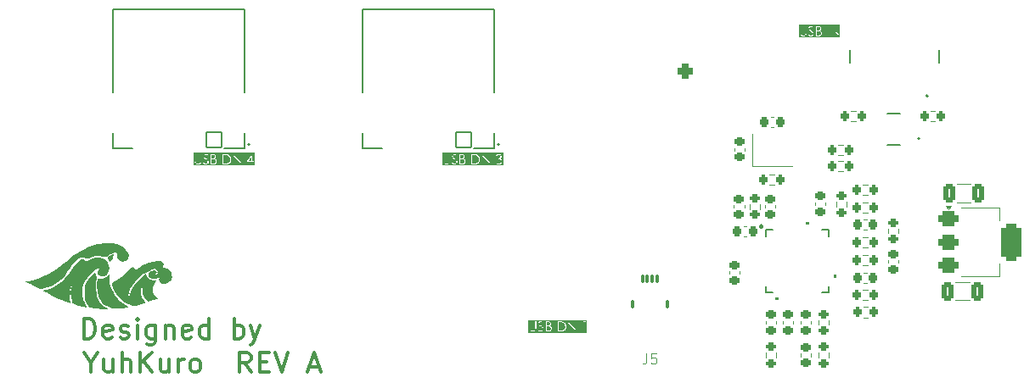
<source format=gbr>
%TF.GenerationSoftware,KiCad,Pcbnew,8.0.4*%
%TF.CreationDate,2024-10-24T20:47:50-05:00*%
%TF.ProjectId,numlocked_HUB,6e756d6c-6f63-46b6-9564-5f4855422e6b,rev?*%
%TF.SameCoordinates,Original*%
%TF.FileFunction,Legend,Top*%
%TF.FilePolarity,Positive*%
%FSLAX46Y46*%
G04 Gerber Fmt 4.6, Leading zero omitted, Abs format (unit mm)*
G04 Created by KiCad (PCBNEW 8.0.4) date 2024-10-24 20:47:50*
%MOMM*%
%LPD*%
G01*
G04 APERTURE LIST*
G04 Aperture macros list*
%AMRoundRect*
0 Rectangle with rounded corners*
0 $1 Rounding radius*
0 $2 $3 $4 $5 $6 $7 $8 $9 X,Y pos of 4 corners*
0 Add a 4 corners polygon primitive as box body*
4,1,4,$2,$3,$4,$5,$6,$7,$8,$9,$2,$3,0*
0 Add four circle primitives for the rounded corners*
1,1,$1+$1,$2,$3*
1,1,$1+$1,$4,$5*
1,1,$1+$1,$6,$7*
1,1,$1+$1,$8,$9*
0 Add four rect primitives between the rounded corners*
20,1,$1+$1,$2,$3,$4,$5,0*
20,1,$1+$1,$4,$5,$6,$7,0*
20,1,$1+$1,$6,$7,$8,$9,0*
20,1,$1+$1,$8,$9,$2,$3,0*%
G04 Aperture macros list end*
%ADD10C,0.250000*%
%ADD11C,0.300000*%
%ADD12C,0.150000*%
%ADD13C,0.100000*%
%ADD14C,0.120000*%
%ADD15C,0.200000*%
%ADD16C,0.127000*%
%ADD17C,0.152400*%
%ADD18C,0.000000*%
%ADD19C,0.010000*%
%ADD20RoundRect,0.225000X0.250000X-0.225000X0.250000X0.225000X-0.250000X0.225000X-0.250000X-0.225000X0*%
%ADD21RoundRect,0.200000X-0.200000X-0.275000X0.200000X-0.275000X0.200000X0.275000X-0.200000X0.275000X0*%
%ADD22C,4.400000*%
%ADD23C,0.650000*%
%ADD24O,1.204000X2.304000*%
%ADD25O,1.204000X2.004000*%
%ADD26RoundRect,0.102000X0.754000X0.754000X-0.754000X0.754000X-0.754000X-0.754000X0.754000X-0.754000X0*%
%ADD27C,1.712000*%
%ADD28C,3.600000*%
%ADD29RoundRect,0.075000X-0.075000X-0.325000X0.075000X-0.325000X0.075000X0.325000X-0.075000X0.325000X0*%
%ADD30RoundRect,0.100000X-0.100000X-0.300000X0.100000X-0.300000X0.100000X0.300000X-0.100000X0.300000X0*%
%ADD31RoundRect,0.225000X-0.225000X-0.250000X0.225000X-0.250000X0.225000X0.250000X-0.225000X0.250000X0*%
%ADD32R,1.066800X0.254000*%
%ADD33R,0.254000X1.066800*%
%ADD34RoundRect,0.225000X-0.250000X0.225000X-0.250000X-0.225000X0.250000X-0.225000X0.250000X0.225000X0*%
%ADD35RoundRect,0.200000X0.275000X-0.200000X0.275000X0.200000X-0.275000X0.200000X-0.275000X-0.200000X0*%
%ADD36RoundRect,0.250000X-0.325000X-0.650000X0.325000X-0.650000X0.325000X0.650000X-0.325000X0.650000X0*%
%ADD37RoundRect,0.225000X0.225000X0.250000X-0.225000X0.250000X-0.225000X-0.250000X0.225000X-0.250000X0*%
%ADD38RoundRect,0.200000X-0.275000X0.200000X-0.275000X-0.200000X0.275000X-0.200000X0.275000X0.200000X0*%
%ADD39RoundRect,0.200000X0.200000X0.275000X-0.200000X0.275000X-0.200000X-0.275000X0.200000X-0.275000X0*%
%ADD40R,1.092200X0.609600*%
%ADD41R,1.400000X1.200000*%
%ADD42RoundRect,0.375000X-0.625000X-0.375000X0.625000X-0.375000X0.625000X0.375000X-0.625000X0.375000X0*%
%ADD43RoundRect,0.500000X-0.500000X-1.400000X0.500000X-1.400000X0.500000X1.400000X-0.500000X1.400000X0*%
%ADD44RoundRect,0.377000X0.377000X0.377000X-0.377000X0.377000X-0.377000X-0.377000X0.377000X-0.377000X0*%
%ADD45C,1.508000*%
%ADD46C,3.340000*%
G04 APERTURE END LIST*
D10*
X163325000Y-59250000D02*
G75*
G02*
X163075000Y-59250000I-125000J0D01*
G01*
X163075000Y-59250000D02*
G75*
G02*
X163325000Y-59250000I125000J0D01*
G01*
D11*
X95673558Y-70439638D02*
X95673558Y-68439638D01*
X95673558Y-68439638D02*
X96149748Y-68439638D01*
X96149748Y-68439638D02*
X96435463Y-68534876D01*
X96435463Y-68534876D02*
X96625939Y-68725352D01*
X96625939Y-68725352D02*
X96721177Y-68915828D01*
X96721177Y-68915828D02*
X96816415Y-69296780D01*
X96816415Y-69296780D02*
X96816415Y-69582495D01*
X96816415Y-69582495D02*
X96721177Y-69963447D01*
X96721177Y-69963447D02*
X96625939Y-70153923D01*
X96625939Y-70153923D02*
X96435463Y-70344400D01*
X96435463Y-70344400D02*
X96149748Y-70439638D01*
X96149748Y-70439638D02*
X95673558Y-70439638D01*
X98435463Y-70344400D02*
X98244987Y-70439638D01*
X98244987Y-70439638D02*
X97864034Y-70439638D01*
X97864034Y-70439638D02*
X97673558Y-70344400D01*
X97673558Y-70344400D02*
X97578320Y-70153923D01*
X97578320Y-70153923D02*
X97578320Y-69392019D01*
X97578320Y-69392019D02*
X97673558Y-69201542D01*
X97673558Y-69201542D02*
X97864034Y-69106304D01*
X97864034Y-69106304D02*
X98244987Y-69106304D01*
X98244987Y-69106304D02*
X98435463Y-69201542D01*
X98435463Y-69201542D02*
X98530701Y-69392019D01*
X98530701Y-69392019D02*
X98530701Y-69582495D01*
X98530701Y-69582495D02*
X97578320Y-69772971D01*
X99292606Y-70344400D02*
X99483082Y-70439638D01*
X99483082Y-70439638D02*
X99864034Y-70439638D01*
X99864034Y-70439638D02*
X100054511Y-70344400D01*
X100054511Y-70344400D02*
X100149749Y-70153923D01*
X100149749Y-70153923D02*
X100149749Y-70058685D01*
X100149749Y-70058685D02*
X100054511Y-69868209D01*
X100054511Y-69868209D02*
X99864034Y-69772971D01*
X99864034Y-69772971D02*
X99578320Y-69772971D01*
X99578320Y-69772971D02*
X99387844Y-69677733D01*
X99387844Y-69677733D02*
X99292606Y-69487257D01*
X99292606Y-69487257D02*
X99292606Y-69392019D01*
X99292606Y-69392019D02*
X99387844Y-69201542D01*
X99387844Y-69201542D02*
X99578320Y-69106304D01*
X99578320Y-69106304D02*
X99864034Y-69106304D01*
X99864034Y-69106304D02*
X100054511Y-69201542D01*
X101006892Y-70439638D02*
X101006892Y-69106304D01*
X101006892Y-68439638D02*
X100911654Y-68534876D01*
X100911654Y-68534876D02*
X101006892Y-68630114D01*
X101006892Y-68630114D02*
X101102130Y-68534876D01*
X101102130Y-68534876D02*
X101006892Y-68439638D01*
X101006892Y-68439638D02*
X101006892Y-68630114D01*
X102816416Y-69106304D02*
X102816416Y-70725352D01*
X102816416Y-70725352D02*
X102721178Y-70915828D01*
X102721178Y-70915828D02*
X102625940Y-71011066D01*
X102625940Y-71011066D02*
X102435463Y-71106304D01*
X102435463Y-71106304D02*
X102149749Y-71106304D01*
X102149749Y-71106304D02*
X101959273Y-71011066D01*
X102816416Y-70344400D02*
X102625940Y-70439638D01*
X102625940Y-70439638D02*
X102244987Y-70439638D01*
X102244987Y-70439638D02*
X102054511Y-70344400D01*
X102054511Y-70344400D02*
X101959273Y-70249161D01*
X101959273Y-70249161D02*
X101864035Y-70058685D01*
X101864035Y-70058685D02*
X101864035Y-69487257D01*
X101864035Y-69487257D02*
X101959273Y-69296780D01*
X101959273Y-69296780D02*
X102054511Y-69201542D01*
X102054511Y-69201542D02*
X102244987Y-69106304D01*
X102244987Y-69106304D02*
X102625940Y-69106304D01*
X102625940Y-69106304D02*
X102816416Y-69201542D01*
X103768797Y-69106304D02*
X103768797Y-70439638D01*
X103768797Y-69296780D02*
X103864035Y-69201542D01*
X103864035Y-69201542D02*
X104054511Y-69106304D01*
X104054511Y-69106304D02*
X104340226Y-69106304D01*
X104340226Y-69106304D02*
X104530702Y-69201542D01*
X104530702Y-69201542D02*
X104625940Y-69392019D01*
X104625940Y-69392019D02*
X104625940Y-70439638D01*
X106340226Y-70344400D02*
X106149750Y-70439638D01*
X106149750Y-70439638D02*
X105768797Y-70439638D01*
X105768797Y-70439638D02*
X105578321Y-70344400D01*
X105578321Y-70344400D02*
X105483083Y-70153923D01*
X105483083Y-70153923D02*
X105483083Y-69392019D01*
X105483083Y-69392019D02*
X105578321Y-69201542D01*
X105578321Y-69201542D02*
X105768797Y-69106304D01*
X105768797Y-69106304D02*
X106149750Y-69106304D01*
X106149750Y-69106304D02*
X106340226Y-69201542D01*
X106340226Y-69201542D02*
X106435464Y-69392019D01*
X106435464Y-69392019D02*
X106435464Y-69582495D01*
X106435464Y-69582495D02*
X105483083Y-69772971D01*
X108149750Y-70439638D02*
X108149750Y-68439638D01*
X108149750Y-70344400D02*
X107959274Y-70439638D01*
X107959274Y-70439638D02*
X107578321Y-70439638D01*
X107578321Y-70439638D02*
X107387845Y-70344400D01*
X107387845Y-70344400D02*
X107292607Y-70249161D01*
X107292607Y-70249161D02*
X107197369Y-70058685D01*
X107197369Y-70058685D02*
X107197369Y-69487257D01*
X107197369Y-69487257D02*
X107292607Y-69296780D01*
X107292607Y-69296780D02*
X107387845Y-69201542D01*
X107387845Y-69201542D02*
X107578321Y-69106304D01*
X107578321Y-69106304D02*
X107959274Y-69106304D01*
X107959274Y-69106304D02*
X108149750Y-69201542D01*
X110625941Y-70439638D02*
X110625941Y-68439638D01*
X110625941Y-69201542D02*
X110816417Y-69106304D01*
X110816417Y-69106304D02*
X111197370Y-69106304D01*
X111197370Y-69106304D02*
X111387846Y-69201542D01*
X111387846Y-69201542D02*
X111483084Y-69296780D01*
X111483084Y-69296780D02*
X111578322Y-69487257D01*
X111578322Y-69487257D02*
X111578322Y-70058685D01*
X111578322Y-70058685D02*
X111483084Y-70249161D01*
X111483084Y-70249161D02*
X111387846Y-70344400D01*
X111387846Y-70344400D02*
X111197370Y-70439638D01*
X111197370Y-70439638D02*
X110816417Y-70439638D01*
X110816417Y-70439638D02*
X110625941Y-70344400D01*
X112244989Y-69106304D02*
X112721179Y-70439638D01*
X113197370Y-69106304D02*
X112721179Y-70439638D01*
X112721179Y-70439638D02*
X112530703Y-70915828D01*
X112530703Y-70915828D02*
X112435465Y-71011066D01*
X112435465Y-71011066D02*
X112244989Y-71106304D01*
D12*
G36*
X168840344Y-39729904D02*
G01*
X168895878Y-39731320D01*
X168946969Y-39734847D01*
X168996337Y-39742735D01*
X169032744Y-39754581D01*
X169079627Y-39780135D01*
X169117237Y-39815031D01*
X169136471Y-39842417D01*
X169155018Y-39887731D01*
X169161200Y-39938129D01*
X169161078Y-39945121D01*
X169152377Y-39995610D01*
X169129937Y-40042665D01*
X169125950Y-40048580D01*
X169090999Y-40086619D01*
X169047139Y-40113496D01*
X169036959Y-40117555D01*
X168985891Y-40129800D01*
X168936726Y-40134791D01*
X168885206Y-40136210D01*
X168760154Y-40136210D01*
X168760154Y-39729790D01*
X168817062Y-39729790D01*
X168840344Y-39729904D01*
G37*
G36*
X168883456Y-39307778D02*
G01*
X168937395Y-39311650D01*
X168986677Y-39323385D01*
X169031019Y-39347794D01*
X169047537Y-39363880D01*
X169072788Y-39409695D01*
X169079623Y-39458192D01*
X169072357Y-39508140D01*
X169050558Y-39553447D01*
X169016548Y-39590511D01*
X168972156Y-39616217D01*
X168969019Y-39617434D01*
X168918328Y-39629741D01*
X168866827Y-39634764D01*
X168817795Y-39636001D01*
X168760154Y-39636001D01*
X168760154Y-39307739D01*
X168876902Y-39307739D01*
X168883456Y-39307778D01*
G37*
G36*
X171070183Y-40356742D02*
G01*
X166937877Y-40356742D01*
X166937877Y-39821381D01*
X167048988Y-39821381D01*
X167049641Y-39875577D01*
X167052052Y-39930406D01*
X167056982Y-39981991D01*
X167067551Y-40033628D01*
X167080660Y-40068210D01*
X167107922Y-40115123D01*
X167144304Y-40156086D01*
X167184299Y-40187501D01*
X167195336Y-40194540D01*
X167242230Y-40218156D01*
X167293521Y-40234505D01*
X167342007Y-40242849D01*
X167393859Y-40245631D01*
X167448066Y-40241784D01*
X167498090Y-40230244D01*
X167543931Y-40211010D01*
X167585590Y-40184082D01*
X167609102Y-40164323D01*
X167644902Y-40126112D01*
X167672317Y-40084501D01*
X167691347Y-40039490D01*
X167692985Y-40034234D01*
X167693656Y-40031430D01*
X167857432Y-40031430D01*
X167861397Y-40038601D01*
X167889779Y-40085163D01*
X167919260Y-40125368D01*
X167954297Y-40163531D01*
X167995429Y-40196538D01*
X168019279Y-40210681D01*
X168064312Y-40230098D01*
X168112049Y-40241748D01*
X168162491Y-40245631D01*
X168177281Y-40245316D01*
X168226833Y-40239255D01*
X168279258Y-40222884D01*
X168327194Y-40196437D01*
X168365457Y-40165031D01*
X168402002Y-40122945D01*
X168428106Y-40077287D01*
X168443768Y-40028056D01*
X168448988Y-39975254D01*
X168448941Y-39970523D01*
X168442119Y-39918571D01*
X168425900Y-39871492D01*
X168400140Y-39824556D01*
X168374913Y-39790640D01*
X168341763Y-39754712D01*
X168300688Y-39716775D01*
X168259175Y-39682657D01*
X168220133Y-39653098D01*
X168213306Y-39648045D01*
X168197166Y-39636001D01*
X168661235Y-39636001D01*
X168661235Y-40136210D01*
X168661235Y-40230000D01*
X168938695Y-40230000D01*
X169833845Y-40230000D01*
X169934962Y-40230000D01*
X170165527Y-40230000D01*
X170270063Y-40230000D01*
X170270063Y-39447201D01*
X170936357Y-40230000D01*
X170959072Y-40230000D01*
X170959072Y-39213949D01*
X170859421Y-39213949D01*
X170859421Y-40003342D01*
X170187509Y-39213949D01*
X170165527Y-39213949D01*
X170165527Y-40230000D01*
X169934962Y-40230000D01*
X169934962Y-39213949D01*
X169833845Y-39213949D01*
X169833845Y-40230000D01*
X168938695Y-40230000D01*
X168984069Y-40227912D01*
X169034581Y-40219898D01*
X169088086Y-40202952D01*
X169135747Y-40177824D01*
X169177565Y-40144515D01*
X169198402Y-40122548D01*
X169228181Y-40081241D01*
X169249452Y-40036288D01*
X169262215Y-39987689D01*
X169266469Y-39935443D01*
X169266099Y-39920380D01*
X169258973Y-39869883D01*
X169242778Y-39822847D01*
X169239742Y-39816404D01*
X169212229Y-39771914D01*
X169176343Y-39734187D01*
X169146204Y-39712090D01*
X169100592Y-39688093D01*
X169054711Y-39670195D01*
X169081223Y-39654253D01*
X169119765Y-39622357D01*
X169151675Y-39581290D01*
X169162881Y-39560262D01*
X169179206Y-39511813D01*
X169184648Y-39459413D01*
X169182297Y-39424441D01*
X169169955Y-39375016D01*
X169147034Y-39329232D01*
X169126655Y-39301816D01*
X169089733Y-39267790D01*
X169045185Y-39242281D01*
X169009465Y-39229886D01*
X168960959Y-39220175D01*
X168910446Y-39215305D01*
X168860537Y-39213949D01*
X168661235Y-39213949D01*
X168661235Y-39636001D01*
X168197166Y-39636001D01*
X168170490Y-39616095D01*
X168128218Y-39583809D01*
X168089707Y-39551981D01*
X168067343Y-39527597D01*
X168039393Y-39484570D01*
X168033409Y-39468939D01*
X168025715Y-39420579D01*
X168035424Y-39370631D01*
X168064550Y-39329232D01*
X168072027Y-39322597D01*
X168115271Y-39299213D01*
X168164445Y-39292107D01*
X168204550Y-39296782D01*
X168252129Y-39316531D01*
X168284689Y-39342016D01*
X168318640Y-39378292D01*
X168349337Y-39417159D01*
X168431647Y-39354877D01*
X168414416Y-39333346D01*
X168380619Y-39295549D01*
X168343656Y-39261422D01*
X168300000Y-39231779D01*
X168268401Y-39217140D01*
X168218828Y-39203023D01*
X168166644Y-39198318D01*
X168141716Y-39199391D01*
X168090123Y-39209081D01*
X168041835Y-39228848D01*
X168021296Y-39241004D01*
X167982921Y-39272821D01*
X167952931Y-39312135D01*
X167942224Y-39332322D01*
X167926624Y-39378830D01*
X167921424Y-39429127D01*
X167921633Y-39439189D01*
X167928946Y-39488181D01*
X167946706Y-39534978D01*
X167974913Y-39579581D01*
X168007494Y-39615061D01*
X168045329Y-39648732D01*
X168088202Y-39683629D01*
X168132205Y-39717578D01*
X168147593Y-39729317D01*
X168190091Y-39763251D01*
X168232727Y-39800411D01*
X168272294Y-39839673D01*
X168305129Y-39879755D01*
X168307248Y-39882810D01*
X168330958Y-39929153D01*
X168339567Y-39979651D01*
X168335080Y-40017872D01*
X168316120Y-40064403D01*
X168289645Y-40098238D01*
X168248221Y-40128150D01*
X168201998Y-40145919D01*
X168152722Y-40151842D01*
X168137994Y-40151170D01*
X168088174Y-40138241D01*
X168041042Y-40108855D01*
X168002782Y-40070570D01*
X167972408Y-40029430D01*
X167943406Y-39979895D01*
X167857432Y-40031430D01*
X167693656Y-40031430D01*
X167705386Y-39982403D01*
X167712874Y-39929486D01*
X167716696Y-39877900D01*
X167717969Y-39821381D01*
X167717969Y-39213949D01*
X167616853Y-39213949D01*
X167616853Y-39822847D01*
X167616212Y-39877389D01*
X167613607Y-39931356D01*
X167606595Y-39980383D01*
X167605678Y-39983711D01*
X167588032Y-40029965D01*
X167561166Y-40071730D01*
X167526544Y-40105252D01*
X167484229Y-40130593D01*
X167437273Y-40146530D01*
X167388242Y-40151842D01*
X167370176Y-40151180D01*
X167319847Y-40142284D01*
X167273447Y-40124731D01*
X167266448Y-40121291D01*
X167223866Y-40094384D01*
X167188939Y-40057564D01*
X167185597Y-40052481D01*
X167164425Y-40006319D01*
X167154013Y-39957913D01*
X167151324Y-39922661D01*
X167150120Y-39871863D01*
X167149861Y-39822847D01*
X167149861Y-39213949D01*
X167048988Y-39213949D01*
X167048988Y-39821381D01*
X166937877Y-39821381D01*
X166937877Y-39087207D01*
X171070183Y-39087207D01*
X171070183Y-40356742D01*
G37*
G36*
X108496589Y-52529904D02*
G01*
X108552123Y-52531320D01*
X108603214Y-52534847D01*
X108652582Y-52542735D01*
X108688989Y-52554581D01*
X108735872Y-52580135D01*
X108773482Y-52615031D01*
X108792716Y-52642417D01*
X108811263Y-52687731D01*
X108817445Y-52738129D01*
X108817323Y-52745121D01*
X108808622Y-52795610D01*
X108786182Y-52842665D01*
X108782195Y-52848580D01*
X108747244Y-52886619D01*
X108703384Y-52913496D01*
X108693204Y-52917555D01*
X108642136Y-52929800D01*
X108592971Y-52934791D01*
X108541451Y-52936210D01*
X108416399Y-52936210D01*
X108416399Y-52529790D01*
X108473307Y-52529790D01*
X108496589Y-52529904D01*
G37*
G36*
X108539701Y-52107778D02*
G01*
X108593640Y-52111650D01*
X108642922Y-52123385D01*
X108687264Y-52147794D01*
X108703782Y-52163880D01*
X108729033Y-52209695D01*
X108735868Y-52258192D01*
X108728602Y-52308140D01*
X108706803Y-52353447D01*
X108672793Y-52390511D01*
X108628401Y-52416217D01*
X108625264Y-52417434D01*
X108574573Y-52429741D01*
X108523072Y-52434764D01*
X108474040Y-52436001D01*
X108416399Y-52436001D01*
X108416399Y-52107739D01*
X108533147Y-52107739D01*
X108539701Y-52107778D01*
G37*
G36*
X109712552Y-52107996D02*
G01*
X109774023Y-52109570D01*
X109829483Y-52112576D01*
X109878932Y-52117012D01*
X109930338Y-52124225D01*
X109985415Y-52137048D01*
X110016170Y-52147852D01*
X110065787Y-52171736D01*
X110110050Y-52201954D01*
X110148961Y-52238507D01*
X110182519Y-52281395D01*
X110210118Y-52329424D01*
X110230938Y-52381613D01*
X110243389Y-52429658D01*
X110250859Y-52480760D01*
X110253349Y-52534919D01*
X110251757Y-52578051D01*
X110245643Y-52627006D01*
X110232715Y-52680257D01*
X110213546Y-52729348D01*
X110188136Y-52774277D01*
X110171070Y-52797820D01*
X110137530Y-52834483D01*
X110099316Y-52865373D01*
X110056426Y-52890489D01*
X110008862Y-52909832D01*
X109980385Y-52917431D01*
X109929979Y-52925906D01*
X109876988Y-52931161D01*
X109825928Y-52934124D01*
X109768596Y-52935798D01*
X109718213Y-52936210D01*
X109601465Y-52936210D01*
X109601465Y-52107739D01*
X109672784Y-52107739D01*
X109712552Y-52107996D01*
G37*
G36*
X112364096Y-52701737D02*
G01*
X112066852Y-52701737D01*
X112364096Y-52281395D01*
X112364096Y-52701737D01*
G37*
G36*
X112698689Y-53156742D02*
G01*
X106594122Y-53156742D01*
X106594122Y-52621381D01*
X106705233Y-52621381D01*
X106705886Y-52675577D01*
X106708297Y-52730406D01*
X106713227Y-52781991D01*
X106723796Y-52833628D01*
X106736905Y-52868210D01*
X106764167Y-52915123D01*
X106800549Y-52956086D01*
X106840544Y-52987501D01*
X106851581Y-52994540D01*
X106898475Y-53018156D01*
X106949766Y-53034505D01*
X106998252Y-53042849D01*
X107050104Y-53045631D01*
X107104311Y-53041784D01*
X107154335Y-53030244D01*
X107200176Y-53011010D01*
X107241835Y-52984082D01*
X107265347Y-52964323D01*
X107301147Y-52926112D01*
X107328562Y-52884501D01*
X107347592Y-52839490D01*
X107349230Y-52834234D01*
X107349901Y-52831430D01*
X107513677Y-52831430D01*
X107517642Y-52838601D01*
X107546024Y-52885163D01*
X107575505Y-52925368D01*
X107610542Y-52963531D01*
X107651674Y-52996538D01*
X107675524Y-53010681D01*
X107720557Y-53030098D01*
X107768294Y-53041748D01*
X107818736Y-53045631D01*
X107833526Y-53045316D01*
X107883078Y-53039255D01*
X107935503Y-53022884D01*
X107983439Y-52996437D01*
X108021702Y-52965031D01*
X108058247Y-52922945D01*
X108084351Y-52877287D01*
X108100013Y-52828056D01*
X108105233Y-52775254D01*
X108105186Y-52770523D01*
X108098364Y-52718571D01*
X108082145Y-52671492D01*
X108056385Y-52624556D01*
X108031158Y-52590640D01*
X107998008Y-52554712D01*
X107956933Y-52516775D01*
X107915420Y-52482657D01*
X107876378Y-52453098D01*
X107869551Y-52448045D01*
X107853411Y-52436001D01*
X108317480Y-52436001D01*
X108317480Y-52936210D01*
X108317480Y-53030000D01*
X108594940Y-53030000D01*
X108640314Y-53027912D01*
X108690826Y-53019898D01*
X108744331Y-53002952D01*
X108791992Y-52977824D01*
X108833810Y-52944515D01*
X108841688Y-52936210D01*
X109504501Y-52936210D01*
X109504501Y-53030000D01*
X109825924Y-53030000D01*
X110546685Y-53030000D01*
X110651221Y-53030000D01*
X110651221Y-52247201D01*
X111317515Y-53030000D01*
X111340230Y-53030000D01*
X111340230Y-52795526D01*
X111881228Y-52795526D01*
X112364096Y-52795526D01*
X112364096Y-53030000D01*
X112465212Y-53030000D01*
X112465212Y-52795526D01*
X112587578Y-52795526D01*
X112587578Y-52701737D01*
X112465212Y-52701737D01*
X112465212Y-51998318D01*
X112444696Y-51998318D01*
X111947518Y-52701737D01*
X111881228Y-52795526D01*
X111340230Y-52795526D01*
X111340230Y-52013949D01*
X111240579Y-52013949D01*
X111240579Y-52803342D01*
X110568667Y-52013949D01*
X110546685Y-52013949D01*
X110546685Y-53030000D01*
X109825924Y-53030000D01*
X109860629Y-53029514D01*
X109915180Y-53026550D01*
X109965616Y-53020890D01*
X110020708Y-53010540D01*
X110069875Y-52996309D01*
X110119748Y-52974801D01*
X110145329Y-52960051D01*
X110187138Y-52929665D01*
X110225184Y-52893459D01*
X110259466Y-52851433D01*
X110289986Y-52803586D01*
X110297942Y-52788912D01*
X110318730Y-52743182D01*
X110334899Y-52694894D01*
X110346448Y-52644046D01*
X110353377Y-52590640D01*
X110355687Y-52534675D01*
X110353665Y-52480614D01*
X110347601Y-52428949D01*
X110337494Y-52379682D01*
X110323344Y-52332812D01*
X110301027Y-52279732D01*
X110272889Y-52230104D01*
X110262288Y-52214434D01*
X110227475Y-52170982D01*
X110188145Y-52132872D01*
X110144299Y-52100102D01*
X110095936Y-52072673D01*
X110043056Y-52050586D01*
X110036539Y-52048332D01*
X109984117Y-52034557D01*
X109929715Y-52025541D01*
X109877702Y-52019996D01*
X109819620Y-52016239D01*
X109768783Y-52014522D01*
X109714061Y-52013949D01*
X109504501Y-52013949D01*
X109504501Y-52936210D01*
X108841688Y-52936210D01*
X108854647Y-52922548D01*
X108884426Y-52881241D01*
X108905697Y-52836288D01*
X108918460Y-52787689D01*
X108922714Y-52735443D01*
X108922344Y-52720380D01*
X108915218Y-52669883D01*
X108899023Y-52622847D01*
X108895987Y-52616404D01*
X108868474Y-52571914D01*
X108832588Y-52534187D01*
X108802449Y-52512090D01*
X108756837Y-52488093D01*
X108710956Y-52470195D01*
X108737468Y-52454253D01*
X108776010Y-52422357D01*
X108807920Y-52381290D01*
X108819126Y-52360262D01*
X108835451Y-52311813D01*
X108840893Y-52259413D01*
X108838542Y-52224441D01*
X108826200Y-52175016D01*
X108803279Y-52129232D01*
X108782900Y-52101816D01*
X108745978Y-52067790D01*
X108701430Y-52042281D01*
X108665710Y-52029886D01*
X108617204Y-52020175D01*
X108566691Y-52015305D01*
X108516782Y-52013949D01*
X108317480Y-52013949D01*
X108317480Y-52436001D01*
X107853411Y-52436001D01*
X107826735Y-52416095D01*
X107784463Y-52383809D01*
X107745952Y-52351981D01*
X107723588Y-52327597D01*
X107695638Y-52284570D01*
X107689654Y-52268939D01*
X107681960Y-52220579D01*
X107691669Y-52170631D01*
X107720795Y-52129232D01*
X107728272Y-52122597D01*
X107771516Y-52099213D01*
X107820690Y-52092107D01*
X107860795Y-52096782D01*
X107908374Y-52116531D01*
X107940934Y-52142016D01*
X107974885Y-52178292D01*
X108005582Y-52217159D01*
X108087892Y-52154877D01*
X108070661Y-52133346D01*
X108036864Y-52095549D01*
X107999901Y-52061422D01*
X107956245Y-52031779D01*
X107924646Y-52017140D01*
X107875073Y-52003023D01*
X107822889Y-51998318D01*
X107797961Y-51999391D01*
X107746368Y-52009081D01*
X107698080Y-52028848D01*
X107677541Y-52041004D01*
X107639166Y-52072821D01*
X107609176Y-52112135D01*
X107598469Y-52132322D01*
X107582869Y-52178830D01*
X107577669Y-52229127D01*
X107577878Y-52239189D01*
X107585191Y-52288181D01*
X107602951Y-52334978D01*
X107631158Y-52379581D01*
X107663739Y-52415061D01*
X107701574Y-52448732D01*
X107744447Y-52483629D01*
X107788450Y-52517578D01*
X107803838Y-52529317D01*
X107846336Y-52563251D01*
X107888972Y-52600411D01*
X107928539Y-52639673D01*
X107961374Y-52679755D01*
X107963493Y-52682810D01*
X107987203Y-52729153D01*
X107995812Y-52779651D01*
X107991325Y-52817872D01*
X107972365Y-52864403D01*
X107945890Y-52898238D01*
X107904466Y-52928150D01*
X107858243Y-52945919D01*
X107808967Y-52951842D01*
X107794239Y-52951170D01*
X107744419Y-52938241D01*
X107697287Y-52908855D01*
X107659027Y-52870570D01*
X107628653Y-52829430D01*
X107599651Y-52779895D01*
X107513677Y-52831430D01*
X107349901Y-52831430D01*
X107361631Y-52782403D01*
X107369119Y-52729486D01*
X107372941Y-52677900D01*
X107374214Y-52621381D01*
X107374214Y-52013949D01*
X107273098Y-52013949D01*
X107273098Y-52622847D01*
X107272457Y-52677389D01*
X107269852Y-52731356D01*
X107262840Y-52780383D01*
X107261923Y-52783711D01*
X107244277Y-52829965D01*
X107217411Y-52871730D01*
X107182789Y-52905252D01*
X107140474Y-52930593D01*
X107093518Y-52946530D01*
X107044487Y-52951842D01*
X107026421Y-52951180D01*
X106976092Y-52942284D01*
X106929692Y-52924731D01*
X106922693Y-52921291D01*
X106880111Y-52894384D01*
X106845184Y-52857564D01*
X106841842Y-52852481D01*
X106820670Y-52806319D01*
X106810258Y-52757913D01*
X106807569Y-52722661D01*
X106806365Y-52671863D01*
X106806106Y-52622847D01*
X106806106Y-52013949D01*
X106705233Y-52013949D01*
X106705233Y-52621381D01*
X106594122Y-52621381D01*
X106594122Y-51887207D01*
X112698689Y-51887207D01*
X112698689Y-53156742D01*
G37*
G36*
X133296589Y-52529904D02*
G01*
X133352123Y-52531320D01*
X133403214Y-52534847D01*
X133452582Y-52542735D01*
X133488989Y-52554581D01*
X133535872Y-52580135D01*
X133573482Y-52615031D01*
X133592716Y-52642417D01*
X133611263Y-52687731D01*
X133617445Y-52738129D01*
X133617323Y-52745121D01*
X133608622Y-52795610D01*
X133586182Y-52842665D01*
X133582195Y-52848580D01*
X133547244Y-52886619D01*
X133503384Y-52913496D01*
X133493204Y-52917555D01*
X133442136Y-52929800D01*
X133392971Y-52934791D01*
X133341451Y-52936210D01*
X133216399Y-52936210D01*
X133216399Y-52529790D01*
X133273307Y-52529790D01*
X133296589Y-52529904D01*
G37*
G36*
X133339701Y-52107778D02*
G01*
X133393640Y-52111650D01*
X133442922Y-52123385D01*
X133487264Y-52147794D01*
X133503782Y-52163880D01*
X133529033Y-52209695D01*
X133535868Y-52258192D01*
X133528602Y-52308140D01*
X133506803Y-52353447D01*
X133472793Y-52390511D01*
X133428401Y-52416217D01*
X133425264Y-52417434D01*
X133374573Y-52429741D01*
X133323072Y-52434764D01*
X133274040Y-52436001D01*
X133216399Y-52436001D01*
X133216399Y-52107739D01*
X133333147Y-52107739D01*
X133339701Y-52107778D01*
G37*
G36*
X134512552Y-52107996D02*
G01*
X134574023Y-52109570D01*
X134629483Y-52112576D01*
X134678932Y-52117012D01*
X134730338Y-52124225D01*
X134785415Y-52137048D01*
X134816170Y-52147852D01*
X134865787Y-52171736D01*
X134910050Y-52201954D01*
X134948961Y-52238507D01*
X134982519Y-52281395D01*
X135010118Y-52329424D01*
X135030938Y-52381613D01*
X135043389Y-52429658D01*
X135050859Y-52480760D01*
X135053349Y-52534919D01*
X135051757Y-52578051D01*
X135045643Y-52627006D01*
X135032715Y-52680257D01*
X135013546Y-52729348D01*
X134988136Y-52774277D01*
X134971070Y-52797820D01*
X134937530Y-52834483D01*
X134899316Y-52865373D01*
X134856426Y-52890489D01*
X134808862Y-52909832D01*
X134780385Y-52917431D01*
X134729979Y-52925906D01*
X134676988Y-52931161D01*
X134625928Y-52934124D01*
X134568596Y-52935798D01*
X134518213Y-52936210D01*
X134401465Y-52936210D01*
X134401465Y-52107739D01*
X134472784Y-52107739D01*
X134512552Y-52107996D01*
G37*
G36*
X137482081Y-53156742D02*
G01*
X131394122Y-53156742D01*
X131394122Y-52621381D01*
X131505233Y-52621381D01*
X131505886Y-52675577D01*
X131508297Y-52730406D01*
X131513227Y-52781991D01*
X131523796Y-52833628D01*
X131536905Y-52868210D01*
X131564167Y-52915123D01*
X131600549Y-52956086D01*
X131640544Y-52987501D01*
X131651581Y-52994540D01*
X131698475Y-53018156D01*
X131749766Y-53034505D01*
X131798252Y-53042849D01*
X131850104Y-53045631D01*
X131904311Y-53041784D01*
X131954335Y-53030244D01*
X132000176Y-53011010D01*
X132041835Y-52984082D01*
X132065347Y-52964323D01*
X132101147Y-52926112D01*
X132128562Y-52884501D01*
X132147592Y-52839490D01*
X132149230Y-52834234D01*
X132149901Y-52831430D01*
X132313677Y-52831430D01*
X132317642Y-52838601D01*
X132346024Y-52885163D01*
X132375505Y-52925368D01*
X132410542Y-52963531D01*
X132451674Y-52996538D01*
X132475524Y-53010681D01*
X132520557Y-53030098D01*
X132568294Y-53041748D01*
X132618736Y-53045631D01*
X132633526Y-53045316D01*
X132683078Y-53039255D01*
X132735503Y-53022884D01*
X132783439Y-52996437D01*
X132821702Y-52965031D01*
X132858247Y-52922945D01*
X132884351Y-52877287D01*
X132900013Y-52828056D01*
X132905233Y-52775254D01*
X132905186Y-52770523D01*
X132898364Y-52718571D01*
X132882145Y-52671492D01*
X132856385Y-52624556D01*
X132831158Y-52590640D01*
X132798008Y-52554712D01*
X132756933Y-52516775D01*
X132715420Y-52482657D01*
X132676378Y-52453098D01*
X132669551Y-52448045D01*
X132653411Y-52436001D01*
X133117480Y-52436001D01*
X133117480Y-52936210D01*
X133117480Y-53030000D01*
X133394940Y-53030000D01*
X133440314Y-53027912D01*
X133490826Y-53019898D01*
X133544331Y-53002952D01*
X133591992Y-52977824D01*
X133633810Y-52944515D01*
X133641688Y-52936210D01*
X134304501Y-52936210D01*
X134304501Y-53030000D01*
X134625924Y-53030000D01*
X135346685Y-53030000D01*
X135451221Y-53030000D01*
X135451221Y-52247201D01*
X136117515Y-53030000D01*
X136140230Y-53030000D01*
X136140230Y-52748632D01*
X136695150Y-52748632D01*
X136705018Y-52792551D01*
X136720749Y-52840705D01*
X136744463Y-52890612D01*
X136773950Y-52933764D01*
X136809211Y-52970160D01*
X136831685Y-52987849D01*
X136874266Y-53013128D01*
X136920984Y-53031185D01*
X136971839Y-53042020D01*
X137026831Y-53045631D01*
X137056674Y-53044605D01*
X137108075Y-53037590D01*
X137156502Y-53023929D01*
X137201953Y-53003621D01*
X137216362Y-52995394D01*
X137260173Y-52963566D01*
X137297496Y-52924964D01*
X137325540Y-52884431D01*
X137331042Y-52874782D01*
X137353224Y-52825595D01*
X137366533Y-52774833D01*
X137370970Y-52722498D01*
X137368651Y-52686256D01*
X137356480Y-52634406D01*
X137333875Y-52585569D01*
X137305024Y-52544689D01*
X137273315Y-52512098D01*
X137232540Y-52482418D01*
X137185589Y-52459204D01*
X137222952Y-52434396D01*
X137259428Y-52401194D01*
X137290458Y-52357727D01*
X137309076Y-52309164D01*
X137315282Y-52255505D01*
X137312931Y-52223006D01*
X137300589Y-52175573D01*
X137277669Y-52129720D01*
X137251284Y-52094448D01*
X137215263Y-52061269D01*
X137171912Y-52033977D01*
X137128248Y-52015172D01*
X137077740Y-52002531D01*
X137024633Y-51998318D01*
X136972197Y-52002378D01*
X136923333Y-52014560D01*
X136878042Y-52034863D01*
X136836322Y-52063286D01*
X136831396Y-52067386D01*
X136795610Y-52104099D01*
X136766267Y-52147772D01*
X136743365Y-52198407D01*
X136728611Y-52248422D01*
X136831681Y-52248422D01*
X136849068Y-52208916D01*
X136875917Y-52164764D01*
X136912037Y-52127766D01*
X136927280Y-52117493D01*
X136974590Y-52097992D01*
X137024633Y-52092107D01*
X137067749Y-52095874D01*
X137114411Y-52110711D01*
X137157746Y-52139734D01*
X137175591Y-52158221D01*
X137201591Y-52202577D01*
X137210258Y-52252819D01*
X137205302Y-52290238D01*
X137184368Y-52334640D01*
X137182734Y-52336963D01*
X137145548Y-52372507D01*
X137101570Y-52396189D01*
X137076076Y-52405611D01*
X137025568Y-52416969D01*
X136975296Y-52420369D01*
X136975296Y-52514159D01*
X136996783Y-52515477D01*
X137048791Y-52520694D01*
X137098104Y-52529519D01*
X137148709Y-52546154D01*
X137162337Y-52553024D01*
X137204445Y-52583317D01*
X137237857Y-52623335D01*
X137245700Y-52636215D01*
X137264914Y-52683158D01*
X137271318Y-52733000D01*
X137270732Y-52749289D01*
X137260314Y-52800733D01*
X137236872Y-52847788D01*
X137204640Y-52886385D01*
X137178199Y-52908630D01*
X137132806Y-52933368D01*
X137080534Y-52947751D01*
X137028297Y-52951842D01*
X137010419Y-52951339D01*
X136960416Y-52943805D01*
X136911248Y-52924828D01*
X136868806Y-52894689D01*
X136859890Y-52885727D01*
X136830578Y-52844493D01*
X136808539Y-52795587D01*
X136794068Y-52748632D01*
X136695150Y-52748632D01*
X136140230Y-52748632D01*
X136140230Y-52013949D01*
X136040579Y-52013949D01*
X136040579Y-52803342D01*
X135368667Y-52013949D01*
X135346685Y-52013949D01*
X135346685Y-53030000D01*
X134625924Y-53030000D01*
X134660629Y-53029514D01*
X134715180Y-53026550D01*
X134765616Y-53020890D01*
X134820708Y-53010540D01*
X134869875Y-52996309D01*
X134919748Y-52974801D01*
X134945329Y-52960051D01*
X134987138Y-52929665D01*
X135025184Y-52893459D01*
X135059466Y-52851433D01*
X135089986Y-52803586D01*
X135097942Y-52788912D01*
X135118730Y-52743182D01*
X135134899Y-52694894D01*
X135146448Y-52644046D01*
X135153377Y-52590640D01*
X135155687Y-52534675D01*
X135153665Y-52480614D01*
X135147601Y-52428949D01*
X135137494Y-52379682D01*
X135123344Y-52332812D01*
X135101027Y-52279732D01*
X135072889Y-52230104D01*
X135062288Y-52214434D01*
X135027475Y-52170982D01*
X134988145Y-52132872D01*
X134944299Y-52100102D01*
X134895936Y-52072673D01*
X134843056Y-52050586D01*
X134836539Y-52048332D01*
X134784117Y-52034557D01*
X134729715Y-52025541D01*
X134677702Y-52019996D01*
X134619620Y-52016239D01*
X134568783Y-52014522D01*
X134514061Y-52013949D01*
X134304501Y-52013949D01*
X134304501Y-52936210D01*
X133641688Y-52936210D01*
X133654647Y-52922548D01*
X133684426Y-52881241D01*
X133705697Y-52836288D01*
X133718460Y-52787689D01*
X133722714Y-52735443D01*
X133722344Y-52720380D01*
X133715218Y-52669883D01*
X133699023Y-52622847D01*
X133695987Y-52616404D01*
X133668474Y-52571914D01*
X133632588Y-52534187D01*
X133602449Y-52512090D01*
X133556837Y-52488093D01*
X133510956Y-52470195D01*
X133537468Y-52454253D01*
X133576010Y-52422357D01*
X133607920Y-52381290D01*
X133619126Y-52360262D01*
X133635451Y-52311813D01*
X133640893Y-52259413D01*
X133638542Y-52224441D01*
X133626200Y-52175016D01*
X133603279Y-52129232D01*
X133582900Y-52101816D01*
X133545978Y-52067790D01*
X133501430Y-52042281D01*
X133465710Y-52029886D01*
X133417204Y-52020175D01*
X133366691Y-52015305D01*
X133316782Y-52013949D01*
X133117480Y-52013949D01*
X133117480Y-52436001D01*
X132653411Y-52436001D01*
X132626735Y-52416095D01*
X132584463Y-52383809D01*
X132545952Y-52351981D01*
X132523588Y-52327597D01*
X132495638Y-52284570D01*
X132489654Y-52268939D01*
X132481960Y-52220579D01*
X132491669Y-52170631D01*
X132520795Y-52129232D01*
X132528272Y-52122597D01*
X132571516Y-52099213D01*
X132620690Y-52092107D01*
X132660795Y-52096782D01*
X132708374Y-52116531D01*
X132740934Y-52142016D01*
X132774885Y-52178292D01*
X132805582Y-52217159D01*
X132887892Y-52154877D01*
X132870661Y-52133346D01*
X132836864Y-52095549D01*
X132799901Y-52061422D01*
X132756245Y-52031779D01*
X132724646Y-52017140D01*
X132675073Y-52003023D01*
X132622889Y-51998318D01*
X132597961Y-51999391D01*
X132546368Y-52009081D01*
X132498080Y-52028848D01*
X132477541Y-52041004D01*
X132439166Y-52072821D01*
X132409176Y-52112135D01*
X132398469Y-52132322D01*
X132382869Y-52178830D01*
X132377669Y-52229127D01*
X132377878Y-52239189D01*
X132385191Y-52288181D01*
X132402951Y-52334978D01*
X132431158Y-52379581D01*
X132463739Y-52415061D01*
X132501574Y-52448732D01*
X132544447Y-52483629D01*
X132588450Y-52517578D01*
X132603838Y-52529317D01*
X132646336Y-52563251D01*
X132688972Y-52600411D01*
X132728539Y-52639673D01*
X132761374Y-52679755D01*
X132763493Y-52682810D01*
X132787203Y-52729153D01*
X132795812Y-52779651D01*
X132791325Y-52817872D01*
X132772365Y-52864403D01*
X132745890Y-52898238D01*
X132704466Y-52928150D01*
X132658243Y-52945919D01*
X132608967Y-52951842D01*
X132594239Y-52951170D01*
X132544419Y-52938241D01*
X132497287Y-52908855D01*
X132459027Y-52870570D01*
X132428653Y-52829430D01*
X132399651Y-52779895D01*
X132313677Y-52831430D01*
X132149901Y-52831430D01*
X132161631Y-52782403D01*
X132169119Y-52729486D01*
X132172941Y-52677900D01*
X132174214Y-52621381D01*
X132174214Y-52013949D01*
X132073098Y-52013949D01*
X132073098Y-52622847D01*
X132072457Y-52677389D01*
X132069852Y-52731356D01*
X132062840Y-52780383D01*
X132061923Y-52783711D01*
X132044277Y-52829965D01*
X132017411Y-52871730D01*
X131982789Y-52905252D01*
X131940474Y-52930593D01*
X131893518Y-52946530D01*
X131844487Y-52951842D01*
X131826421Y-52951180D01*
X131776092Y-52942284D01*
X131729692Y-52924731D01*
X131722693Y-52921291D01*
X131680111Y-52894384D01*
X131645184Y-52857564D01*
X131641842Y-52852481D01*
X131620670Y-52806319D01*
X131610258Y-52757913D01*
X131607569Y-52722661D01*
X131606365Y-52671863D01*
X131606106Y-52622847D01*
X131606106Y-52013949D01*
X131505233Y-52013949D01*
X131505233Y-52621381D01*
X131394122Y-52621381D01*
X131394122Y-51887207D01*
X137482081Y-51887207D01*
X137482081Y-53156742D01*
G37*
D11*
X96326326Y-72869581D02*
X96326326Y-73821962D01*
X95659660Y-71821962D02*
X96326326Y-72869581D01*
X96326326Y-72869581D02*
X96992993Y-71821962D01*
X98516803Y-72488628D02*
X98516803Y-73821962D01*
X97659660Y-72488628D02*
X97659660Y-73536247D01*
X97659660Y-73536247D02*
X97754898Y-73726724D01*
X97754898Y-73726724D02*
X97945374Y-73821962D01*
X97945374Y-73821962D02*
X98231089Y-73821962D01*
X98231089Y-73821962D02*
X98421565Y-73726724D01*
X98421565Y-73726724D02*
X98516803Y-73631485D01*
X99469184Y-73821962D02*
X99469184Y-71821962D01*
X100326327Y-73821962D02*
X100326327Y-72774343D01*
X100326327Y-72774343D02*
X100231089Y-72583866D01*
X100231089Y-72583866D02*
X100040613Y-72488628D01*
X100040613Y-72488628D02*
X99754898Y-72488628D01*
X99754898Y-72488628D02*
X99564422Y-72583866D01*
X99564422Y-72583866D02*
X99469184Y-72679104D01*
X101278708Y-73821962D02*
X101278708Y-71821962D01*
X102421565Y-73821962D02*
X101564422Y-72679104D01*
X102421565Y-71821962D02*
X101278708Y-72964819D01*
X104135851Y-72488628D02*
X104135851Y-73821962D01*
X103278708Y-72488628D02*
X103278708Y-73536247D01*
X103278708Y-73536247D02*
X103373946Y-73726724D01*
X103373946Y-73726724D02*
X103564422Y-73821962D01*
X103564422Y-73821962D02*
X103850137Y-73821962D01*
X103850137Y-73821962D02*
X104040613Y-73726724D01*
X104040613Y-73726724D02*
X104135851Y-73631485D01*
X105088232Y-73821962D02*
X105088232Y-72488628D01*
X105088232Y-72869581D02*
X105183470Y-72679104D01*
X105183470Y-72679104D02*
X105278708Y-72583866D01*
X105278708Y-72583866D02*
X105469184Y-72488628D01*
X105469184Y-72488628D02*
X105659661Y-72488628D01*
X106612041Y-73821962D02*
X106421565Y-73726724D01*
X106421565Y-73726724D02*
X106326327Y-73631485D01*
X106326327Y-73631485D02*
X106231089Y-73441009D01*
X106231089Y-73441009D02*
X106231089Y-72869581D01*
X106231089Y-72869581D02*
X106326327Y-72679104D01*
X106326327Y-72679104D02*
X106421565Y-72583866D01*
X106421565Y-72583866D02*
X106612041Y-72488628D01*
X106612041Y-72488628D02*
X106897756Y-72488628D01*
X106897756Y-72488628D02*
X107088232Y-72583866D01*
X107088232Y-72583866D02*
X107183470Y-72679104D01*
X107183470Y-72679104D02*
X107278708Y-72869581D01*
X107278708Y-72869581D02*
X107278708Y-73441009D01*
X107278708Y-73441009D02*
X107183470Y-73631485D01*
X107183470Y-73631485D02*
X107088232Y-73726724D01*
X107088232Y-73726724D02*
X106897756Y-73821962D01*
X106897756Y-73821962D02*
X106612041Y-73821962D01*
X112326328Y-73821962D02*
X111659661Y-72869581D01*
X111183471Y-73821962D02*
X111183471Y-71821962D01*
X111183471Y-71821962D02*
X111945376Y-71821962D01*
X111945376Y-71821962D02*
X112135852Y-71917200D01*
X112135852Y-71917200D02*
X112231090Y-72012438D01*
X112231090Y-72012438D02*
X112326328Y-72202914D01*
X112326328Y-72202914D02*
X112326328Y-72488628D01*
X112326328Y-72488628D02*
X112231090Y-72679104D01*
X112231090Y-72679104D02*
X112135852Y-72774343D01*
X112135852Y-72774343D02*
X111945376Y-72869581D01*
X111945376Y-72869581D02*
X111183471Y-72869581D01*
X113183471Y-72774343D02*
X113850138Y-72774343D01*
X114135852Y-73821962D02*
X113183471Y-73821962D01*
X113183471Y-73821962D02*
X113183471Y-71821962D01*
X113183471Y-71821962D02*
X114135852Y-71821962D01*
X114707281Y-71821962D02*
X115373947Y-73821962D01*
X115373947Y-73821962D02*
X116040614Y-71821962D01*
X118135853Y-73250533D02*
X119088234Y-73250533D01*
X117945377Y-73821962D02*
X118612043Y-71821962D01*
X118612043Y-71821962D02*
X119278710Y-73821962D01*
D12*
G36*
X141896589Y-69229904D02*
G01*
X141952123Y-69231320D01*
X142003214Y-69234847D01*
X142052582Y-69242735D01*
X142088989Y-69254581D01*
X142135872Y-69280135D01*
X142173482Y-69315031D01*
X142192716Y-69342417D01*
X142211263Y-69387731D01*
X142217445Y-69438129D01*
X142217323Y-69445121D01*
X142208622Y-69495610D01*
X142186182Y-69542665D01*
X142182195Y-69548580D01*
X142147244Y-69586619D01*
X142103384Y-69613496D01*
X142093204Y-69617555D01*
X142042136Y-69629800D01*
X141992971Y-69634791D01*
X141941451Y-69636210D01*
X141816399Y-69636210D01*
X141816399Y-69229790D01*
X141873307Y-69229790D01*
X141896589Y-69229904D01*
G37*
G36*
X141939701Y-68807778D02*
G01*
X141993640Y-68811650D01*
X142042922Y-68823385D01*
X142087264Y-68847794D01*
X142103782Y-68863880D01*
X142129033Y-68909695D01*
X142135868Y-68958192D01*
X142128602Y-69008140D01*
X142106803Y-69053447D01*
X142072793Y-69090511D01*
X142028401Y-69116217D01*
X142025264Y-69117434D01*
X141974573Y-69129741D01*
X141923072Y-69134764D01*
X141874040Y-69136001D01*
X141816399Y-69136001D01*
X141816399Y-68807739D01*
X141933147Y-68807739D01*
X141939701Y-68807778D01*
G37*
G36*
X143112552Y-68807996D02*
G01*
X143174023Y-68809570D01*
X143229483Y-68812576D01*
X143278932Y-68817012D01*
X143330338Y-68824225D01*
X143385415Y-68837048D01*
X143416170Y-68847852D01*
X143465787Y-68871736D01*
X143510050Y-68901954D01*
X143548961Y-68938507D01*
X143582519Y-68981395D01*
X143610118Y-69029424D01*
X143630938Y-69081613D01*
X143643389Y-69129658D01*
X143650859Y-69180760D01*
X143653349Y-69234919D01*
X143651757Y-69278051D01*
X143645643Y-69327006D01*
X143632715Y-69380257D01*
X143613546Y-69429348D01*
X143588136Y-69474277D01*
X143571070Y-69497820D01*
X143537530Y-69534483D01*
X143499316Y-69565373D01*
X143456426Y-69590489D01*
X143408862Y-69609832D01*
X143380385Y-69617431D01*
X143329979Y-69625906D01*
X143276988Y-69631161D01*
X143225928Y-69634124D01*
X143168596Y-69635798D01*
X143118213Y-69636210D01*
X143001465Y-69636210D01*
X143001465Y-68807739D01*
X143072784Y-68807739D01*
X143112552Y-68807996D01*
G37*
G36*
X145815612Y-69856742D02*
G01*
X139994122Y-69856742D01*
X139994122Y-69321381D01*
X140105233Y-69321381D01*
X140105886Y-69375577D01*
X140108297Y-69430406D01*
X140113227Y-69481991D01*
X140123796Y-69533628D01*
X140136905Y-69568210D01*
X140164167Y-69615123D01*
X140200549Y-69656086D01*
X140240544Y-69687501D01*
X140251581Y-69694540D01*
X140298475Y-69718156D01*
X140349766Y-69734505D01*
X140398252Y-69742849D01*
X140450104Y-69745631D01*
X140504311Y-69741784D01*
X140554335Y-69730244D01*
X140600176Y-69711010D01*
X140641835Y-69684082D01*
X140665347Y-69664323D01*
X140701147Y-69626112D01*
X140728562Y-69584501D01*
X140747592Y-69539490D01*
X140749230Y-69534234D01*
X140749901Y-69531430D01*
X140913677Y-69531430D01*
X140917642Y-69538601D01*
X140946024Y-69585163D01*
X140975505Y-69625368D01*
X141010542Y-69663531D01*
X141051674Y-69696538D01*
X141075524Y-69710681D01*
X141120557Y-69730098D01*
X141168294Y-69741748D01*
X141218736Y-69745631D01*
X141233526Y-69745316D01*
X141283078Y-69739255D01*
X141335503Y-69722884D01*
X141383439Y-69696437D01*
X141421702Y-69665031D01*
X141458247Y-69622945D01*
X141484351Y-69577287D01*
X141500013Y-69528056D01*
X141505233Y-69475254D01*
X141505186Y-69470523D01*
X141498364Y-69418571D01*
X141482145Y-69371492D01*
X141456385Y-69324556D01*
X141431158Y-69290640D01*
X141398008Y-69254712D01*
X141356933Y-69216775D01*
X141315420Y-69182657D01*
X141276378Y-69153098D01*
X141269551Y-69148045D01*
X141253411Y-69136001D01*
X141717480Y-69136001D01*
X141717480Y-69636210D01*
X141717480Y-69730000D01*
X141994940Y-69730000D01*
X142040314Y-69727912D01*
X142090826Y-69719898D01*
X142144331Y-69702952D01*
X142191992Y-69677824D01*
X142233810Y-69644515D01*
X142241688Y-69636210D01*
X142904501Y-69636210D01*
X142904501Y-69730000D01*
X143225924Y-69730000D01*
X143946685Y-69730000D01*
X144051221Y-69730000D01*
X144051221Y-68947201D01*
X144717515Y-69730000D01*
X144740230Y-69730000D01*
X144740230Y-68807739D01*
X145445359Y-68807739D01*
X145604117Y-68807739D01*
X145604117Y-69730000D01*
X145704501Y-69730000D01*
X145704501Y-68713949D01*
X145505931Y-68713949D01*
X145445359Y-68807739D01*
X144740230Y-68807739D01*
X144740230Y-68713949D01*
X144640579Y-68713949D01*
X144640579Y-69503342D01*
X143968667Y-68713949D01*
X143946685Y-68713949D01*
X143946685Y-69730000D01*
X143225924Y-69730000D01*
X143260629Y-69729514D01*
X143315180Y-69726550D01*
X143365616Y-69720890D01*
X143420708Y-69710540D01*
X143469875Y-69696309D01*
X143519748Y-69674801D01*
X143545329Y-69660051D01*
X143587138Y-69629665D01*
X143625184Y-69593459D01*
X143659466Y-69551433D01*
X143689986Y-69503586D01*
X143697942Y-69488912D01*
X143718730Y-69443182D01*
X143734899Y-69394894D01*
X143746448Y-69344046D01*
X143753377Y-69290640D01*
X143755687Y-69234675D01*
X143753665Y-69180614D01*
X143747601Y-69128949D01*
X143737494Y-69079682D01*
X143723344Y-69032812D01*
X143701027Y-68979732D01*
X143672889Y-68930104D01*
X143662288Y-68914434D01*
X143627475Y-68870982D01*
X143588145Y-68832872D01*
X143544299Y-68800102D01*
X143495936Y-68772673D01*
X143443056Y-68750586D01*
X143436539Y-68748332D01*
X143384117Y-68734557D01*
X143329715Y-68725541D01*
X143277702Y-68719996D01*
X143219620Y-68716239D01*
X143168783Y-68714522D01*
X143114061Y-68713949D01*
X142904501Y-68713949D01*
X142904501Y-69636210D01*
X142241688Y-69636210D01*
X142254647Y-69622548D01*
X142284426Y-69581241D01*
X142305697Y-69536288D01*
X142318460Y-69487689D01*
X142322714Y-69435443D01*
X142322344Y-69420380D01*
X142315218Y-69369883D01*
X142299023Y-69322847D01*
X142295987Y-69316404D01*
X142268474Y-69271914D01*
X142232588Y-69234187D01*
X142202449Y-69212090D01*
X142156837Y-69188093D01*
X142110956Y-69170195D01*
X142137468Y-69154253D01*
X142176010Y-69122357D01*
X142207920Y-69081290D01*
X142219126Y-69060262D01*
X142235451Y-69011813D01*
X142240893Y-68959413D01*
X142238542Y-68924441D01*
X142226200Y-68875016D01*
X142203279Y-68829232D01*
X142182900Y-68801816D01*
X142145978Y-68767790D01*
X142101430Y-68742281D01*
X142065710Y-68729886D01*
X142017204Y-68720175D01*
X141966691Y-68715305D01*
X141916782Y-68713949D01*
X141717480Y-68713949D01*
X141717480Y-69136001D01*
X141253411Y-69136001D01*
X141226735Y-69116095D01*
X141184463Y-69083809D01*
X141145952Y-69051981D01*
X141123588Y-69027597D01*
X141095638Y-68984570D01*
X141089654Y-68968939D01*
X141081960Y-68920579D01*
X141091669Y-68870631D01*
X141120795Y-68829232D01*
X141128272Y-68822597D01*
X141171516Y-68799213D01*
X141220690Y-68792107D01*
X141260795Y-68796782D01*
X141308374Y-68816531D01*
X141340934Y-68842016D01*
X141374885Y-68878292D01*
X141405582Y-68917159D01*
X141487892Y-68854877D01*
X141470661Y-68833346D01*
X141436864Y-68795549D01*
X141399901Y-68761422D01*
X141356245Y-68731779D01*
X141324646Y-68717140D01*
X141275073Y-68703023D01*
X141222889Y-68698318D01*
X141197961Y-68699391D01*
X141146368Y-68709081D01*
X141098080Y-68728848D01*
X141077541Y-68741004D01*
X141039166Y-68772821D01*
X141009176Y-68812135D01*
X140998469Y-68832322D01*
X140982869Y-68878830D01*
X140977669Y-68929127D01*
X140977878Y-68939189D01*
X140985191Y-68988181D01*
X141002951Y-69034978D01*
X141031158Y-69079581D01*
X141063739Y-69115061D01*
X141101574Y-69148732D01*
X141144447Y-69183629D01*
X141188450Y-69217578D01*
X141203838Y-69229317D01*
X141246336Y-69263251D01*
X141288972Y-69300411D01*
X141328539Y-69339673D01*
X141361374Y-69379755D01*
X141363493Y-69382810D01*
X141387203Y-69429153D01*
X141395812Y-69479651D01*
X141391325Y-69517872D01*
X141372365Y-69564403D01*
X141345890Y-69598238D01*
X141304466Y-69628150D01*
X141258243Y-69645919D01*
X141208967Y-69651842D01*
X141194239Y-69651170D01*
X141144419Y-69638241D01*
X141097287Y-69608855D01*
X141059027Y-69570570D01*
X141028653Y-69529430D01*
X140999651Y-69479895D01*
X140913677Y-69531430D01*
X140749901Y-69531430D01*
X140761631Y-69482403D01*
X140769119Y-69429486D01*
X140772941Y-69377900D01*
X140774214Y-69321381D01*
X140774214Y-68713949D01*
X140673098Y-68713949D01*
X140673098Y-69322847D01*
X140672457Y-69377389D01*
X140669852Y-69431356D01*
X140662840Y-69480383D01*
X140661923Y-69483711D01*
X140644277Y-69529965D01*
X140617411Y-69571730D01*
X140582789Y-69605252D01*
X140540474Y-69630593D01*
X140493518Y-69646530D01*
X140444487Y-69651842D01*
X140426421Y-69651180D01*
X140376092Y-69642284D01*
X140329692Y-69624731D01*
X140322693Y-69621291D01*
X140280111Y-69594384D01*
X140245184Y-69557564D01*
X140241842Y-69552481D01*
X140220670Y-69506319D01*
X140210258Y-69457913D01*
X140207569Y-69422661D01*
X140206365Y-69371863D01*
X140206106Y-69322847D01*
X140206106Y-68713949D01*
X140105233Y-68713949D01*
X140105233Y-69321381D01*
X139994122Y-69321381D01*
X139994122Y-68587207D01*
X145815612Y-68587207D01*
X145815612Y-69856742D01*
G37*
D13*
X151766666Y-71957419D02*
X151766666Y-72671704D01*
X151766666Y-72671704D02*
X151719047Y-72814561D01*
X151719047Y-72814561D02*
X151623809Y-72909800D01*
X151623809Y-72909800D02*
X151480952Y-72957419D01*
X151480952Y-72957419D02*
X151385714Y-72957419D01*
X152719047Y-71957419D02*
X152242857Y-71957419D01*
X152242857Y-71957419D02*
X152195238Y-72433609D01*
X152195238Y-72433609D02*
X152242857Y-72385990D01*
X152242857Y-72385990D02*
X152338095Y-72338371D01*
X152338095Y-72338371D02*
X152576190Y-72338371D01*
X152576190Y-72338371D02*
X152671428Y-72385990D01*
X152671428Y-72385990D02*
X152719047Y-72433609D01*
X152719047Y-72433609D02*
X152766666Y-72528847D01*
X152766666Y-72528847D02*
X152766666Y-72766942D01*
X152766666Y-72766942D02*
X152719047Y-72862180D01*
X152719047Y-72862180D02*
X152671428Y-72909800D01*
X152671428Y-72909800D02*
X152576190Y-72957419D01*
X152576190Y-72957419D02*
X152338095Y-72957419D01*
X152338095Y-72957419D02*
X152242857Y-72909800D01*
X152242857Y-72909800D02*
X152195238Y-72862180D01*
D14*
%TO.C,C15*%
X160490000Y-57390580D02*
X160490000Y-57109420D01*
X161510000Y-57390580D02*
X161510000Y-57109420D01*
%TO.C,R6*%
X173331642Y-60317500D02*
X173806158Y-60317500D01*
X173331642Y-61362500D02*
X173806158Y-61362500D01*
D15*
%TO.C,J1*%
X172007500Y-42850000D02*
X172007500Y-41600000D01*
X180947500Y-42850000D02*
X180947500Y-41600000D01*
X179827500Y-46200000D02*
G75*
G02*
X179627500Y-46200000I-100000J0D01*
G01*
X179627500Y-46200000D02*
G75*
G02*
X179827500Y-46200000I100000J0D01*
G01*
D16*
%TO.C,J3*%
X123450000Y-37580000D02*
X123450000Y-45830000D01*
X123450000Y-51430000D02*
X123450000Y-49890000D01*
X125420000Y-51430000D02*
X123450000Y-51430000D01*
X136550000Y-37580000D02*
X123450000Y-37580000D01*
X136550000Y-45830000D02*
X136550000Y-37580000D01*
X136550000Y-49890000D02*
X136550000Y-51430000D01*
X136550000Y-51430000D02*
X134580000Y-51430000D01*
D15*
X137100000Y-51070000D02*
G75*
G02*
X136900000Y-51070000I-100000J0D01*
G01*
X136900000Y-51070000D02*
G75*
G02*
X137100000Y-51070000I100000J0D01*
G01*
D14*
%TO.C,C5*%
X173443320Y-63870000D02*
X173724480Y-63870000D01*
X173443320Y-64890000D02*
X173724480Y-64890000D01*
D17*
%TO.C,U1*%
X163701200Y-59601200D02*
X163701200Y-60208260D01*
X163701200Y-65191740D02*
X163701200Y-65798800D01*
X163701200Y-65798800D02*
X164308260Y-65798800D01*
X164308260Y-59601200D02*
X163701200Y-59601200D01*
X169291740Y-65798800D02*
X169898800Y-65798800D01*
X169898800Y-59601200D02*
X169291740Y-59601200D01*
X169898800Y-60208260D02*
X169898800Y-59601200D01*
X169898800Y-65798800D02*
X169898800Y-65191740D01*
D18*
G36*
X164958500Y-66586200D02*
G01*
X164577500Y-66586200D01*
X164577500Y-66332200D01*
X164958500Y-66332200D01*
X164958500Y-66586200D01*
G37*
G36*
X168006500Y-59067800D02*
G01*
X167625500Y-59067800D01*
X167625500Y-58813800D01*
X168006500Y-58813800D01*
X168006500Y-59067800D01*
G37*
G36*
X170686200Y-64414500D02*
G01*
X170432200Y-64414500D01*
X170432200Y-64033500D01*
X170686200Y-64033500D01*
X170686200Y-64414500D01*
G37*
D14*
%TO.C,R16*%
X172162742Y-47677500D02*
X172637258Y-47677500D01*
X172162742Y-48722500D02*
X172637258Y-48722500D01*
%TO.C,C9*%
X163590000Y-57390580D02*
X163590000Y-57109420D01*
X164610000Y-57390580D02*
X164610000Y-57109420D01*
%TO.C,R8*%
X173350949Y-65567500D02*
X173825465Y-65567500D01*
X173350949Y-66612500D02*
X173825465Y-66612500D01*
D16*
%TO.C,J4*%
X98550000Y-37580000D02*
X98550000Y-45830000D01*
X98550000Y-51430000D02*
X98550000Y-49890000D01*
X100520000Y-51430000D02*
X98550000Y-51430000D01*
X111650000Y-37580000D02*
X98550000Y-37580000D01*
X111650000Y-45830000D02*
X111650000Y-37580000D01*
X111650000Y-49890000D02*
X111650000Y-51430000D01*
X111650000Y-51430000D02*
X109680000Y-51430000D01*
D15*
X112200000Y-51070000D02*
G75*
G02*
X112000000Y-51070000I-100000J0D01*
G01*
X112000000Y-51070000D02*
G75*
G02*
X112200000Y-51070000I100000J0D01*
G01*
D14*
%TO.C,C1*%
X160040000Y-63709420D02*
X160040000Y-63990580D01*
X161060000Y-63709420D02*
X161060000Y-63990580D01*
%TO.C,C10*%
X165388900Y-68980580D02*
X165388900Y-68699420D01*
X166408900Y-68980580D02*
X166408900Y-68699420D01*
%TO.C,R5*%
X170862742Y-52677500D02*
X171337258Y-52677500D01*
X170862742Y-53722500D02*
X171337258Y-53722500D01*
%TO.C,R12*%
X170687107Y-57261551D02*
X170687107Y-56787035D01*
X171732107Y-57261551D02*
X171732107Y-56787035D01*
%TO.C,C11*%
X160540000Y-51680580D02*
X160540000Y-51399420D01*
X161560000Y-51680580D02*
X161560000Y-51399420D01*
%TO.C,C13*%
X182688748Y-54990000D02*
X184111252Y-54990000D01*
X182688748Y-56810000D02*
X184111252Y-56810000D01*
%TO.C,R7*%
X173346642Y-62067500D02*
X173821158Y-62067500D01*
X173346642Y-63112500D02*
X173821158Y-63112500D01*
%TO.C,C4*%
X161740580Y-59190000D02*
X161459420Y-59190000D01*
X161740580Y-60210000D02*
X161459420Y-60210000D01*
%TO.C,R3*%
X168876400Y-68602742D02*
X168876400Y-69077258D01*
X169921400Y-68602742D02*
X169921400Y-69077258D01*
D18*
%TO.C,G\u002A\u002A\u002A*%
G36*
X98662856Y-62106921D02*
G01*
X98589415Y-62293028D01*
X98532527Y-62405238D01*
X98403994Y-62645767D01*
X98324919Y-62781293D01*
X98284157Y-62827971D01*
X98270565Y-62801954D01*
X98270107Y-62785648D01*
X98227838Y-62693105D01*
X98129011Y-62567949D01*
X98044437Y-62431617D01*
X98072861Y-62308935D01*
X98222126Y-62183519D01*
X98346477Y-62113654D01*
X98546085Y-62024598D01*
X98649979Y-62019899D01*
X98662856Y-62106921D01*
G37*
G36*
X96887005Y-64018420D02*
G01*
X96934655Y-64327238D01*
X96909232Y-64476566D01*
X96860161Y-64767894D01*
X96845967Y-65140840D01*
X96864608Y-65546681D01*
X96914043Y-65936698D01*
X96982829Y-66232791D01*
X97150530Y-66623368D01*
X97389680Y-66977279D01*
X97671925Y-67257860D01*
X97877694Y-67389891D01*
X98100773Y-67499836D01*
X97626640Y-67491230D01*
X97353131Y-67483307D01*
X97105619Y-67471091D01*
X96949307Y-67458378D01*
X96623335Y-67419534D01*
X96402312Y-67385522D01*
X96257203Y-67341190D01*
X96158971Y-67271387D01*
X96078580Y-67160963D01*
X95986996Y-66994765D01*
X95958093Y-66941148D01*
X95852821Y-66738416D01*
X95786157Y-66572238D01*
X95749332Y-66400386D01*
X95733575Y-66180634D01*
X95730115Y-65870757D01*
X95730107Y-65843454D01*
X95743925Y-65437632D01*
X95796198Y-65114859D01*
X95903155Y-64836165D01*
X96081024Y-64562581D01*
X96346034Y-64255137D01*
X96427554Y-64168681D01*
X96803253Y-63774800D01*
X96887005Y-64018420D01*
G37*
G36*
X98202373Y-64407898D02*
G01*
X98253871Y-64876247D01*
X98397377Y-65375180D01*
X98616413Y-65854155D01*
X98739965Y-66056809D01*
X99043575Y-66461370D01*
X99360492Y-66773233D01*
X99732511Y-67032140D01*
X99817055Y-67080979D01*
X99996351Y-67191518D01*
X100105427Y-67278222D01*
X100121855Y-67318979D01*
X100030093Y-67342085D01*
X99843058Y-67369809D01*
X99600538Y-67396290D01*
X99590907Y-67397180D01*
X99317934Y-67422803D01*
X99070743Y-67446982D01*
X98913573Y-67463329D01*
X98741299Y-67453105D01*
X98501589Y-67403506D01*
X98297115Y-67342043D01*
X97941833Y-67202259D01*
X97684929Y-67056749D01*
X97490591Y-66881224D01*
X97357145Y-66704442D01*
X97135931Y-66251851D01*
X97012997Y-65709909D01*
X96984832Y-65233854D01*
X96989387Y-64879586D01*
X97007219Y-64641038D01*
X97045018Y-64498622D01*
X97109475Y-64432754D01*
X97207281Y-64423844D01*
X97258701Y-64432133D01*
X97561089Y-64437336D01*
X97847135Y-64320283D01*
X97993953Y-64211853D01*
X98202373Y-64036478D01*
X98202373Y-64407898D01*
G37*
G36*
X98508481Y-60929114D02*
G01*
X98526392Y-60931116D01*
X98987408Y-61011493D01*
X99350838Y-61144047D01*
X99649452Y-61344083D01*
X99853561Y-61551073D01*
X100054840Y-61851312D01*
X100144729Y-62138979D01*
X100124078Y-62396134D01*
X99993735Y-62604836D01*
X99797777Y-62730552D01*
X99526715Y-62782934D01*
X99289069Y-62716501D01*
X99106807Y-62547423D01*
X99001899Y-62291866D01*
X98985245Y-62132577D01*
X98976566Y-61953648D01*
X98937721Y-61874529D01*
X98838237Y-61859563D01*
X98756554Y-61864970D01*
X98523851Y-61916227D01*
X98267492Y-62020110D01*
X98045482Y-62149737D01*
X97939814Y-62243497D01*
X97866482Y-62304484D01*
X97767481Y-62301234D01*
X97624787Y-62248448D01*
X97242589Y-62160320D01*
X96804766Y-62187674D01*
X96327970Y-62328511D01*
X96066308Y-62423352D01*
X95902124Y-62456668D01*
X95814406Y-62432593D01*
X95811804Y-62430111D01*
X95701229Y-62383300D01*
X95515699Y-62357162D01*
X95447885Y-62355187D01*
X95286926Y-62370804D01*
X95137175Y-62427125D01*
X94983685Y-62538358D01*
X94811512Y-62718711D01*
X94605709Y-62982392D01*
X94351332Y-63343607D01*
X94247945Y-63495871D01*
X94024717Y-63807885D01*
X93782105Y-64116480D01*
X93552646Y-64381720D01*
X93401279Y-64535070D01*
X93013043Y-64832261D01*
X92536818Y-65105724D01*
X92020073Y-65330151D01*
X91733840Y-65424076D01*
X91560200Y-65470403D01*
X91429676Y-65484060D01*
X91299552Y-65457425D01*
X91127113Y-65382878D01*
X90921040Y-65279047D01*
X90631415Y-65136178D01*
X90330795Y-64995966D01*
X90088200Y-64890426D01*
X89729493Y-64744055D01*
X90155933Y-64696414D01*
X90817556Y-64571315D01*
X91486055Y-64340514D01*
X92170778Y-63999118D01*
X92881071Y-63542234D01*
X93626280Y-62964969D01*
X93884676Y-62744411D01*
X94658570Y-62133761D01*
X95440118Y-61642851D01*
X96222601Y-61274307D01*
X96999302Y-61030754D01*
X97763501Y-60914814D01*
X98508481Y-60929114D01*
G37*
G36*
X97538034Y-62411885D02*
G01*
X97852003Y-62600413D01*
X98049743Y-62826066D01*
X98166988Y-63105892D01*
X98191024Y-63424562D01*
X98128490Y-63740125D01*
X97986027Y-64010629D01*
X97839806Y-64152464D01*
X97620597Y-64238650D01*
X97375313Y-64238165D01*
X97163455Y-64153997D01*
X97118640Y-64116254D01*
X97004097Y-63960994D01*
X97004166Y-63810322D01*
X97091682Y-63652811D01*
X97159170Y-63529374D01*
X97164520Y-63462223D01*
X97064551Y-63446793D01*
X96894480Y-63534085D01*
X96650936Y-63726348D01*
X96353472Y-64003359D01*
X96009001Y-64373567D01*
X95770500Y-64720944D01*
X95622044Y-65081764D01*
X95547713Y-65492304D01*
X95530926Y-65877320D01*
X95536548Y-66187254D01*
X95563189Y-66418512D01*
X95622538Y-66627563D01*
X95726283Y-66870878D01*
X95744715Y-66910254D01*
X95846020Y-67127984D01*
X95917834Y-67287451D01*
X95946993Y-67359298D01*
X95946682Y-67360653D01*
X95879054Y-67343644D01*
X95716436Y-67306187D01*
X95526907Y-67263711D01*
X95154001Y-67176703D01*
X94890384Y-67100224D01*
X94711943Y-67021241D01*
X94594565Y-66926721D01*
X94514137Y-66803632D01*
X94465617Y-66690121D01*
X94368644Y-66285988D01*
X94359531Y-65851033D01*
X94439415Y-65450122D01*
X94443673Y-65437967D01*
X94490847Y-65258592D01*
X94493749Y-65132909D01*
X94482758Y-65110878D01*
X94429159Y-65127228D01*
X94365429Y-65245011D01*
X94301533Y-65431690D01*
X94247436Y-65654730D01*
X94213104Y-65881597D01*
X94206107Y-66014088D01*
X94227787Y-66286419D01*
X94281757Y-66574675D01*
X94301078Y-66645489D01*
X94353929Y-66827520D01*
X94383316Y-66941538D01*
X94385570Y-66961054D01*
X94322154Y-66938500D01*
X94158439Y-66877405D01*
X93920657Y-66787615D01*
X93688240Y-66699268D01*
X93445494Y-66599976D01*
X93150958Y-66469199D01*
X92827671Y-66318413D01*
X92498670Y-66159095D01*
X92186996Y-66002719D01*
X91915686Y-65860763D01*
X91707778Y-65744703D01*
X91586312Y-65666015D01*
X91564507Y-65641369D01*
X91624755Y-65615082D01*
X91780445Y-65573544D01*
X91937892Y-65538477D01*
X92421189Y-65387647D01*
X92914130Y-65145695D01*
X93363480Y-64841485D01*
X93586370Y-64644705D01*
X93774786Y-64438547D01*
X94004388Y-64158372D01*
X94243339Y-63844263D01*
X94420556Y-63594427D01*
X94735497Y-63153978D01*
X95001494Y-62830831D01*
X95226291Y-62619256D01*
X95417632Y-62513520D01*
X95583261Y-62507892D01*
X95730922Y-62596639D01*
X95747040Y-62612574D01*
X95816698Y-62673633D01*
X95891629Y-62691858D01*
X96006725Y-62662515D01*
X96196877Y-62580870D01*
X96287114Y-62539295D01*
X96745092Y-62379618D01*
X97165565Y-62337717D01*
X97538034Y-62411885D01*
G37*
G36*
X103301197Y-62720818D02*
G01*
X103442308Y-62783263D01*
X103455481Y-62791698D01*
X103575496Y-62893272D01*
X103606914Y-63014538D01*
X103590556Y-63139910D01*
X103571592Y-63295810D01*
X103606168Y-63359977D01*
X103689068Y-63371187D01*
X103951025Y-63432614D01*
X104189222Y-63593690D01*
X104365529Y-63819608D01*
X104440513Y-64057178D01*
X104443786Y-64325775D01*
X104383874Y-64522456D01*
X104243031Y-64702925D01*
X104230860Y-64715214D01*
X103998975Y-64885249D01*
X103755010Y-64965332D01*
X103523711Y-64963216D01*
X103329826Y-64886654D01*
X103198103Y-64743399D01*
X103153289Y-64541203D01*
X103181046Y-64386328D01*
X103205763Y-64289677D01*
X103171109Y-64281885D01*
X103053247Y-64354346D01*
X102814004Y-64446039D01*
X102535396Y-64462174D01*
X102288907Y-64399088D01*
X102279164Y-64394032D01*
X102126370Y-64252705D01*
X102086717Y-64073880D01*
X102155306Y-63886527D01*
X102327236Y-63719613D01*
X102400484Y-63676688D01*
X102618435Y-63588790D01*
X102771802Y-63595535D01*
X102882416Y-63683750D01*
X102931142Y-63774241D01*
X102885969Y-63858802D01*
X102813381Y-63922511D01*
X102706236Y-64035661D01*
X102705034Y-64096903D01*
X102801769Y-64084366D01*
X102862204Y-64055890D01*
X103013055Y-63916482D01*
X103051371Y-63745961D01*
X102976299Y-63583798D01*
X102874072Y-63505636D01*
X102706555Y-63484555D01*
X102461174Y-63543409D01*
X102160052Y-63670734D01*
X101825312Y-63855068D01*
X101479078Y-64084946D01*
X101143474Y-64348907D01*
X101001873Y-64475700D01*
X100721813Y-64779757D01*
X100475595Y-65126536D01*
X100273778Y-65491508D01*
X100126918Y-65850145D01*
X100045574Y-66177920D01*
X100040302Y-66450303D01*
X100088790Y-66597070D01*
X100133836Y-66653725D01*
X100157023Y-66611285D01*
X100165698Y-66452859D01*
X100166188Y-66419187D01*
X100231375Y-65996956D01*
X100406779Y-65550639D01*
X100676658Y-65106009D01*
X101025270Y-64688840D01*
X101436876Y-64324904D01*
X101452329Y-64313373D01*
X101891352Y-63987805D01*
X101980669Y-64211740D01*
X102140461Y-64446939D01*
X102386012Y-64580922D01*
X102642418Y-64610416D01*
X102797706Y-64608619D01*
X102874054Y-64612850D01*
X102875690Y-64614025D01*
X102847656Y-64674587D01*
X102775658Y-64820013D01*
X102706357Y-64957466D01*
X102561343Y-65347058D01*
X102544487Y-65700078D01*
X102656933Y-66027060D01*
X102850885Y-66287951D01*
X103012444Y-66461514D01*
X102566410Y-66618978D01*
X102120375Y-66776441D01*
X101939374Y-66641534D01*
X101683717Y-66370950D01*
X101535255Y-66031866D01*
X101501128Y-65647108D01*
X101544604Y-65379625D01*
X101565884Y-65244178D01*
X101525589Y-65210829D01*
X101507328Y-65215336D01*
X101442444Y-65293892D01*
X101381116Y-65458606D01*
X101361218Y-65543699D01*
X101347963Y-65947538D01*
X101457259Y-66335676D01*
X101656650Y-66645765D01*
X101854026Y-66870564D01*
X101399800Y-67015595D01*
X101071813Y-67116735D01*
X100837040Y-67175475D01*
X100660995Y-67194622D01*
X100509191Y-67176984D01*
X100347142Y-67125367D01*
X100295847Y-67105450D01*
X99756961Y-66822326D01*
X99274058Y-66431168D01*
X98873258Y-65956075D01*
X98660567Y-65596619D01*
X98517705Y-65301247D01*
X98442870Y-65097355D01*
X98442182Y-64955929D01*
X98521763Y-64847955D01*
X98687732Y-64744421D01*
X98858315Y-64659184D01*
X99138923Y-64501951D01*
X99408273Y-64302335D01*
X99701809Y-64032442D01*
X99862649Y-63868758D01*
X100087321Y-63644507D01*
X100287709Y-63462351D01*
X100440714Y-63342179D01*
X100519208Y-63303454D01*
X100640479Y-63354842D01*
X100739269Y-63455043D01*
X100842662Y-63556848D01*
X100934333Y-63539710D01*
X101519074Y-63152227D01*
X102084796Y-62888199D01*
X102648243Y-62740421D01*
X102851892Y-62714464D01*
X103119686Y-62699842D01*
X103301197Y-62720818D01*
G37*
D14*
%TO.C,C6*%
X168590000Y-57116287D02*
X168590000Y-56835127D01*
X169610000Y-57116287D02*
X169610000Y-56835127D01*
%TO.C,C14*%
X182588748Y-64790000D02*
X184011252Y-64790000D01*
X182588748Y-66610000D02*
X184011252Y-66610000D01*
%TO.C,R14*%
X164012742Y-54027500D02*
X164487258Y-54027500D01*
X164012742Y-55072500D02*
X164487258Y-55072500D01*
%TO.C,C8*%
X173433320Y-58580000D02*
X173714480Y-58580000D01*
X173433320Y-59600000D02*
X173714480Y-59600000D01*
%TO.C,R9*%
X175866400Y-59442742D02*
X175866400Y-59917258D01*
X176911400Y-59442742D02*
X176911400Y-59917258D01*
%TO.C,R4*%
X173837258Y-67277500D02*
X173362742Y-67277500D01*
X173837258Y-68322500D02*
X173362742Y-68322500D01*
D17*
%TO.C,U4*%
X175742535Y-51074800D02*
X177057465Y-51074800D01*
X177057465Y-47925200D02*
X175742535Y-47925200D01*
X178990800Y-50439800D02*
G75*
G02*
X178838400Y-50439800I-76200J0D01*
G01*
X178838400Y-50439800D02*
G75*
G02*
X178990800Y-50439800I76200J0D01*
G01*
D14*
%TO.C,R15*%
X180537258Y-47677500D02*
X180062742Y-47677500D01*
X180537258Y-48722500D02*
X180062742Y-48722500D01*
%TO.C,R17*%
X170862742Y-51077500D02*
X171337258Y-51077500D01*
X170862742Y-52122500D02*
X171337258Y-52122500D01*
%TO.C,C2*%
X163638900Y-68699420D02*
X163638900Y-68980580D01*
X164658900Y-68699420D02*
X164658900Y-68980580D01*
%TO.C,R10*%
X173826158Y-55067500D02*
X173351642Y-55067500D01*
X173826158Y-56112500D02*
X173351642Y-56112500D01*
%TO.C,R13*%
X162027500Y-57487258D02*
X162027500Y-57012742D01*
X163072500Y-57487258D02*
X163072500Y-57012742D01*
%TO.C,R1*%
X163626400Y-71852742D02*
X163626400Y-72327258D01*
X164671400Y-71852742D02*
X164671400Y-72327258D01*
%TO.C,C7*%
X175878900Y-62609420D02*
X175878900Y-62890580D01*
X176898900Y-62609420D02*
X176898900Y-62890580D01*
%TO.C,C12*%
X164440580Y-48280000D02*
X164159420Y-48280000D01*
X164440580Y-49300000D02*
X164159420Y-49300000D01*
%TO.C,C3*%
X167138900Y-68699420D02*
X167138900Y-68980580D01*
X168158900Y-68699420D02*
X168158900Y-68980580D01*
%TO.C,Y1*%
X162300000Y-49950000D02*
X162300000Y-53250000D01*
X162300000Y-53250000D02*
X166300000Y-53250000D01*
%TO.C,R2*%
X168877500Y-71852742D02*
X168877500Y-72327258D01*
X169922500Y-71852742D02*
X169922500Y-72327258D01*
%TO.C,U2*%
X183150000Y-57390000D02*
X186910000Y-57390000D01*
X183150000Y-64210000D02*
X186910000Y-64210000D01*
X186910000Y-57390000D02*
X186910000Y-58650000D01*
X186910000Y-64210000D02*
X186910000Y-62950000D01*
X181870000Y-57490000D02*
X181630000Y-57160000D01*
X182110000Y-57160000D01*
X181870000Y-57490000D01*
G36*
X181870000Y-57490000D02*
G01*
X181630000Y-57160000D01*
X182110000Y-57160000D01*
X181870000Y-57490000D01*
G37*
%TO.C,R11*%
X173341642Y-56817500D02*
X173816158Y-56817500D01*
X173341642Y-57862500D02*
X173816158Y-57862500D01*
%TO.C,C16*%
X167138900Y-71949420D02*
X167138900Y-72230580D01*
X168158900Y-71949420D02*
X168158900Y-72230580D01*
%TD*%
%LPC*%
D19*
%TO.C,J1*%
X173627500Y-45580000D02*
X172927500Y-45580000D01*
X172927500Y-44330000D01*
X173627500Y-44330000D01*
X173627500Y-45580000D01*
G36*
X173627500Y-45580000D02*
G01*
X172927500Y-45580000D01*
X172927500Y-44330000D01*
X173627500Y-44330000D01*
X173627500Y-45580000D01*
G37*
X174427500Y-45580000D02*
X173727500Y-45580000D01*
X173727500Y-44330000D01*
X174427500Y-44330000D01*
X174427500Y-45580000D01*
G36*
X174427500Y-45580000D02*
G01*
X173727500Y-45580000D01*
X173727500Y-44330000D01*
X174427500Y-44330000D01*
X174427500Y-45580000D01*
G37*
X174927500Y-45580000D02*
X174527500Y-45580000D01*
X174527500Y-44330000D01*
X174927500Y-44330000D01*
X174927500Y-45580000D01*
G36*
X174927500Y-45580000D02*
G01*
X174527500Y-45580000D01*
X174527500Y-44330000D01*
X174927500Y-44330000D01*
X174927500Y-45580000D01*
G37*
X175427500Y-45580000D02*
X175027500Y-45580000D01*
X175027500Y-44330000D01*
X175427500Y-44330000D01*
X175427500Y-45580000D01*
G36*
X175427500Y-45580000D02*
G01*
X175027500Y-45580000D01*
X175027500Y-44330000D01*
X175427500Y-44330000D01*
X175427500Y-45580000D01*
G37*
X175927500Y-45580000D02*
X175527500Y-45580000D01*
X175527500Y-44330000D01*
X175927500Y-44330000D01*
X175927500Y-45580000D01*
G36*
X175927500Y-45580000D02*
G01*
X175527500Y-45580000D01*
X175527500Y-44330000D01*
X175927500Y-44330000D01*
X175927500Y-45580000D01*
G37*
X176427500Y-45580000D02*
X176027500Y-45580000D01*
X176027500Y-44330000D01*
X176427500Y-44330000D01*
X176427500Y-45580000D01*
G36*
X176427500Y-45580000D02*
G01*
X176027500Y-45580000D01*
X176027500Y-44330000D01*
X176427500Y-44330000D01*
X176427500Y-45580000D01*
G37*
X176927500Y-45580000D02*
X176527500Y-45580000D01*
X176527500Y-44330000D01*
X176927500Y-44330000D01*
X176927500Y-45580000D01*
G36*
X176927500Y-45580000D02*
G01*
X176527500Y-45580000D01*
X176527500Y-44330000D01*
X176927500Y-44330000D01*
X176927500Y-45580000D01*
G37*
X177427500Y-45580000D02*
X177027500Y-45580000D01*
X177027500Y-44330000D01*
X177427500Y-44330000D01*
X177427500Y-45580000D01*
G36*
X177427500Y-45580000D02*
G01*
X177027500Y-45580000D01*
X177027500Y-44330000D01*
X177427500Y-44330000D01*
X177427500Y-45580000D01*
G37*
X177927500Y-45580000D02*
X177527500Y-45580000D01*
X177527500Y-44330000D01*
X177927500Y-44330000D01*
X177927500Y-45580000D01*
G36*
X177927500Y-45580000D02*
G01*
X177527500Y-45580000D01*
X177527500Y-44330000D01*
X177927500Y-44330000D01*
X177927500Y-45580000D01*
G37*
X178427500Y-45580000D02*
X178027500Y-45580000D01*
X178027500Y-44330000D01*
X178427500Y-44330000D01*
X178427500Y-45580000D01*
G36*
X178427500Y-45580000D02*
G01*
X178027500Y-45580000D01*
X178027500Y-44330000D01*
X178427500Y-44330000D01*
X178427500Y-45580000D01*
G37*
X179227500Y-45580000D02*
X178527500Y-45580000D01*
X178527500Y-44330000D01*
X179227500Y-44330000D01*
X179227500Y-45580000D01*
G36*
X179227500Y-45580000D02*
G01*
X178527500Y-45580000D01*
X178527500Y-44330000D01*
X179227500Y-44330000D01*
X179227500Y-45580000D01*
G37*
X180027500Y-45580000D02*
X179327500Y-45580000D01*
X179327500Y-44330000D01*
X180027500Y-44330000D01*
X180027500Y-45580000D01*
G36*
X180027500Y-45580000D02*
G01*
X179327500Y-45580000D01*
X179327500Y-44330000D01*
X180027500Y-44330000D01*
X180027500Y-45580000D01*
G37*
D18*
%TO.C,U1*%
G36*
X165418900Y-64693900D02*
G01*
X164806100Y-64693900D01*
X164806100Y-60706100D01*
X165418900Y-60706100D01*
X165418900Y-64693900D01*
G37*
G36*
X168793900Y-61318900D02*
G01*
X164806100Y-61318900D01*
X164806100Y-60706100D01*
X168793900Y-60706100D01*
X168793900Y-61318900D01*
G37*
G36*
X168793900Y-62106300D02*
G01*
X164806100Y-62106300D01*
X164806100Y-61718900D01*
X168793900Y-61718900D01*
X168793900Y-62106300D01*
G37*
G36*
X168793900Y-62893700D02*
G01*
X164806100Y-62893700D01*
X164806100Y-62506300D01*
X168793900Y-62506300D01*
X168793900Y-62893700D01*
G37*
G36*
X168793900Y-63681100D02*
G01*
X164806100Y-63681100D01*
X164806100Y-63293700D01*
X168793900Y-63293700D01*
X168793900Y-63681100D01*
G37*
G36*
X168793900Y-64693900D02*
G01*
X164806100Y-64693900D01*
X164806100Y-64081100D01*
X168793900Y-64081100D01*
X168793900Y-64693900D01*
G37*
G36*
X166206300Y-64693900D02*
G01*
X165818900Y-64693900D01*
X165818900Y-60706100D01*
X166206300Y-60706100D01*
X166206300Y-64693900D01*
G37*
G36*
X166993700Y-64693900D02*
G01*
X166606300Y-64693900D01*
X166606300Y-60706100D01*
X166993700Y-60706100D01*
X166993700Y-64693900D01*
G37*
G36*
X167781100Y-64693900D02*
G01*
X167393700Y-64693900D01*
X167393700Y-60706100D01*
X167781100Y-60706100D01*
X167781100Y-64693900D01*
G37*
G36*
X168793900Y-64693900D02*
G01*
X168181100Y-64693900D01*
X168181100Y-60706100D01*
X168793900Y-60706100D01*
X168793900Y-64693900D01*
G37*
%TD*%
D20*
%TO.C,C15*%
X161000000Y-58025000D03*
X161000000Y-56475000D03*
%TD*%
D21*
%TO.C,R6*%
X172743900Y-60840000D03*
X174393900Y-60840000D03*
%TD*%
D22*
%TO.C,H3*%
X92000000Y-42500000D03*
%TD*%
%TO.C,H6*%
X92000000Y-71000000D03*
%TD*%
D23*
%TO.C,J1*%
X179367500Y-43880000D03*
X173587500Y-43880000D03*
D24*
X180797500Y-44380000D03*
X172157500Y-44380000D03*
D25*
X180797500Y-40200000D03*
X172157500Y-40200000D03*
%TD*%
D26*
%TO.C,J3*%
X133500000Y-50570000D03*
D27*
X131000000Y-50570000D03*
X129000000Y-50570000D03*
X126500000Y-50570000D03*
D28*
X136570000Y-47860000D03*
X123430000Y-47860000D03*
%TD*%
D29*
%TO.C,J5*%
X151350000Y-64500000D03*
X151850000Y-64500000D03*
X152350000Y-64500000D03*
X152850000Y-64500000D03*
D30*
X150350000Y-67000000D03*
X153850000Y-67000000D03*
%TD*%
D31*
%TO.C,C5*%
X172808900Y-64380000D03*
X174358900Y-64380000D03*
%TD*%
D32*
%TO.C,U1*%
X163955200Y-60668000D03*
X163955200Y-61176000D03*
X163955200Y-61684000D03*
X163955200Y-62192000D03*
X163955200Y-62700000D03*
X163955200Y-63208000D03*
X163955200Y-63716000D03*
X163955200Y-64224000D03*
X163955200Y-64732000D03*
D33*
X164768000Y-65544800D03*
X165276000Y-65544800D03*
X165784000Y-65544800D03*
X166292000Y-65544800D03*
X166800000Y-65544800D03*
X167308000Y-65544800D03*
X167816000Y-65544800D03*
X168324000Y-65544800D03*
X168832000Y-65544800D03*
D32*
X169644800Y-64732000D03*
X169644800Y-64224000D03*
X169644800Y-63716000D03*
X169644800Y-63208000D03*
X169644800Y-62700000D03*
X169644800Y-62192000D03*
X169644800Y-61684000D03*
X169644800Y-61176000D03*
X169644800Y-60668000D03*
D33*
X168832000Y-59855200D03*
X168324000Y-59855200D03*
X167816000Y-59855200D03*
X167308000Y-59855200D03*
X166800000Y-59855200D03*
X166292000Y-59855200D03*
X165784000Y-59855200D03*
X165276000Y-59855200D03*
X164768000Y-59855200D03*
%TD*%
D21*
%TO.C,R16*%
X171575000Y-48200000D03*
X173225000Y-48200000D03*
%TD*%
D20*
%TO.C,C9*%
X164100000Y-58025000D03*
X164100000Y-56475000D03*
%TD*%
D21*
%TO.C,R8*%
X172763207Y-66090000D03*
X174413207Y-66090000D03*
%TD*%
D22*
%TO.C,H4*%
X186000000Y-71000000D03*
%TD*%
D26*
%TO.C,J4*%
X108600000Y-50570000D03*
D27*
X106100000Y-50570000D03*
X104100000Y-50570000D03*
X101600000Y-50570000D03*
D28*
X111670000Y-47860000D03*
X98530000Y-47860000D03*
%TD*%
D34*
%TO.C,C1*%
X160550000Y-63075000D03*
X160550000Y-64625000D03*
%TD*%
D20*
%TO.C,C10*%
X165898900Y-69615000D03*
X165898900Y-68065000D03*
%TD*%
D21*
%TO.C,R5*%
X170275000Y-53200000D03*
X171925000Y-53200000D03*
%TD*%
D22*
%TO.C,H1*%
X186000000Y-42500000D03*
%TD*%
D35*
%TO.C,R12*%
X171209607Y-57849293D03*
X171209607Y-56199293D03*
%TD*%
D20*
%TO.C,C11*%
X161050000Y-52315000D03*
X161050000Y-50765000D03*
%TD*%
D36*
%TO.C,C13*%
X181925000Y-55900000D03*
X184875000Y-55900000D03*
%TD*%
D21*
%TO.C,R7*%
X172758900Y-62590000D03*
X174408900Y-62590000D03*
%TD*%
D37*
%TO.C,C4*%
X162375000Y-59700000D03*
X160825000Y-59700000D03*
%TD*%
D22*
%TO.C,H2*%
X141300000Y-52400000D03*
%TD*%
D38*
%TO.C,R3*%
X169398900Y-68015000D03*
X169398900Y-69665000D03*
%TD*%
D20*
%TO.C,C6*%
X169100000Y-57750707D03*
X169100000Y-56200707D03*
%TD*%
D36*
%TO.C,C14*%
X181825000Y-65700000D03*
X184775000Y-65700000D03*
%TD*%
D21*
%TO.C,R14*%
X163425000Y-54550000D03*
X165075000Y-54550000D03*
%TD*%
D31*
%TO.C,C8*%
X172798900Y-59090000D03*
X174348900Y-59090000D03*
%TD*%
D38*
%TO.C,R9*%
X176388900Y-58855000D03*
X176388900Y-60505000D03*
%TD*%
D39*
%TO.C,R4*%
X174425000Y-67800000D03*
X172775000Y-67800000D03*
%TD*%
D40*
%TO.C,U4*%
X177644600Y-50439800D03*
X177644600Y-49500000D03*
X177644600Y-48560200D03*
X175155400Y-48560200D03*
X175155400Y-49500000D03*
X175155400Y-50439800D03*
%TD*%
D39*
%TO.C,R15*%
X181125000Y-48200000D03*
X179475000Y-48200000D03*
%TD*%
D21*
%TO.C,R17*%
X170275000Y-51600000D03*
X171925000Y-51600000D03*
%TD*%
D34*
%TO.C,C2*%
X164148900Y-68065000D03*
X164148900Y-69615000D03*
%TD*%
D39*
%TO.C,R10*%
X174413900Y-55590000D03*
X172763900Y-55590000D03*
%TD*%
D35*
%TO.C,R13*%
X162550000Y-58075000D03*
X162550000Y-56425000D03*
%TD*%
D38*
%TO.C,R1*%
X164148900Y-71265000D03*
X164148900Y-72915000D03*
%TD*%
D34*
%TO.C,C7*%
X176388900Y-61975000D03*
X176388900Y-63525000D03*
%TD*%
D37*
%TO.C,C12*%
X165075000Y-48790000D03*
X163525000Y-48790000D03*
%TD*%
D34*
%TO.C,C3*%
X167648900Y-68065000D03*
X167648900Y-69615000D03*
%TD*%
D41*
%TO.C,Y1*%
X163200000Y-52450000D03*
X165400000Y-52450000D03*
X165400000Y-50750000D03*
X163200000Y-50750000D03*
%TD*%
D38*
%TO.C,R2*%
X169400000Y-71265000D03*
X169400000Y-72915000D03*
%TD*%
D22*
%TO.C,H2*%
X166000000Y-42500000D03*
%TD*%
D42*
%TO.C,U2*%
X181850000Y-58500000D03*
X181850000Y-60800000D03*
X181850000Y-63100000D03*
D43*
X188150000Y-60800000D03*
%TD*%
D21*
%TO.C,R11*%
X172753900Y-57340000D03*
X174403900Y-57340000D03*
%TD*%
D34*
%TO.C,C16*%
X167648900Y-71315000D03*
X167648900Y-72865000D03*
%TD*%
D44*
%TO.C,J2*%
X155600000Y-43705000D03*
D45*
X153100000Y-43705000D03*
X151100000Y-43705000D03*
X148600000Y-43705000D03*
D46*
X158670000Y-46415000D03*
X152100000Y-49915000D03*
X145530000Y-46415000D03*
%TD*%
%LPD*%
M02*

</source>
